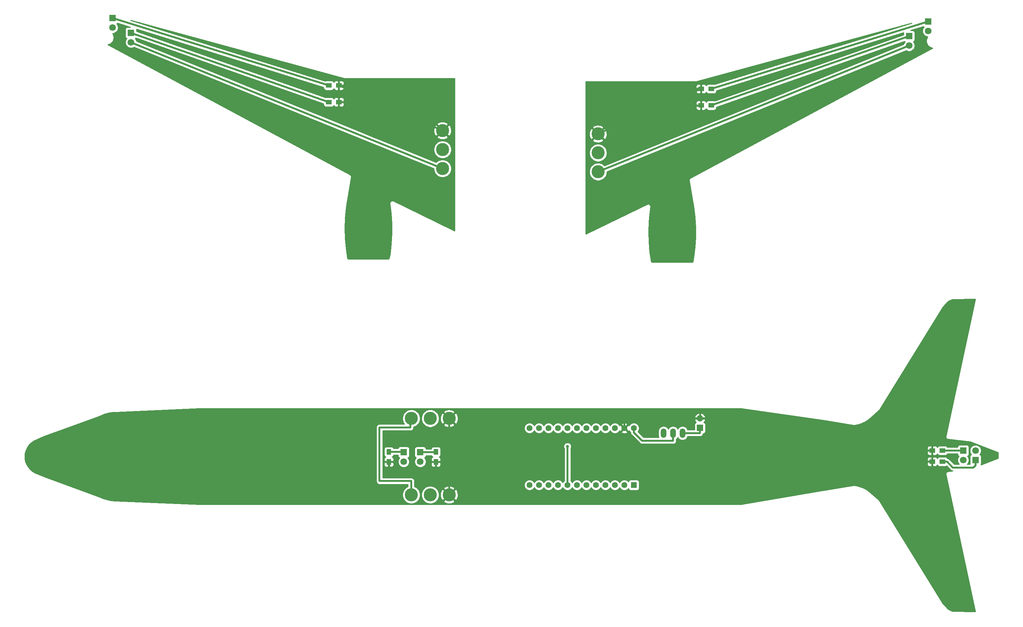
<source format=gbr>
G04 #@! TF.GenerationSoftware,KiCad,Pcbnew,(5.1.0)-1*
G04 #@! TF.CreationDate,2019-05-22T09:29:32+02:00*
G04 #@! TF.ProjectId,A320,41333230-2e6b-4696-9361-645f70636258,1*
G04 #@! TF.SameCoordinates,Original*
G04 #@! TF.FileFunction,Copper,L1,Top*
G04 #@! TF.FilePolarity,Positive*
%FSLAX46Y46*%
G04 Gerber Fmt 4.6, Leading zero omitted, Abs format (unit mm)*
G04 Created by KiCad (PCBNEW (5.1.0)-1) date 2019-05-22 09:29:32*
%MOMM*%
%LPD*%
G04 APERTURE LIST*
%ADD10R,1.800000X1.800000*%
%ADD11C,1.800000*%
%ADD12R,1.500000X1.300000*%
%ADD13C,3.500120*%
%ADD14O,1.524000X2.524000*%
%ADD15O,1.700000X1.700000*%
%ADD16R,1.700000X1.700000*%
%ADD17R,1.300000X1.500000*%
%ADD18R,1.600000X1.600000*%
%ADD19C,1.600000*%
%ADD20C,0.800000*%
%ADD21C,0.500000*%
%ADD22C,0.254000*%
G04 APERTURE END LIST*
D10*
X294894000Y-34163000D03*
D11*
X294894000Y-36703000D03*
D12*
X234108000Y-56642000D03*
X236808000Y-56642000D03*
X236808000Y-52197000D03*
X234108000Y-52197000D03*
D13*
X206502000Y-74422000D03*
X206502000Y-69342000D03*
X206502000Y-64262000D03*
D11*
X289814000Y-40640000D03*
D10*
X289814000Y-38100000D03*
X81407000Y-37211000D03*
D11*
X81407000Y-39751000D03*
X76454000Y-35814000D03*
D10*
X76454000Y-33274000D03*
D12*
X134366000Y-55753000D03*
X137066000Y-55753000D03*
X134366000Y-51308000D03*
X137066000Y-51308000D03*
D13*
X164846000Y-73533000D03*
X164846000Y-68453000D03*
X164846000Y-63373000D03*
D14*
X224028000Y-144399000D03*
X226568000Y-144399000D03*
X229108000Y-144399000D03*
D11*
X304284000Y-151609000D03*
D10*
X304284000Y-149069000D03*
D11*
X307594000Y-149069000D03*
D10*
X307594000Y-151609000D03*
D11*
X154446000Y-152042000D03*
D10*
X154446000Y-149502000D03*
X158891000Y-149502000D03*
D11*
X158891000Y-152042000D03*
D15*
X233807000Y-140462000D03*
D16*
X233807000Y-143002000D03*
D12*
X296004000Y-152019000D03*
X298704000Y-152019000D03*
X296004000Y-149049000D03*
X298704000Y-149049000D03*
D17*
X150495000Y-149399000D03*
X150495000Y-152099000D03*
X163068000Y-152099000D03*
X163068000Y-149399000D03*
D18*
X216090500Y-158305500D03*
D19*
X213550500Y-158305500D03*
X211010500Y-158305500D03*
X208470500Y-158305500D03*
X205930500Y-158305500D03*
X203390500Y-158305500D03*
X200850500Y-158305500D03*
X198310500Y-158305500D03*
X195770500Y-158305500D03*
X193230500Y-158305500D03*
X190690500Y-158305500D03*
X188150500Y-158305500D03*
X188150500Y-143065500D03*
X190690500Y-143065500D03*
X193230500Y-143065500D03*
X195770500Y-143065500D03*
X198310500Y-143065500D03*
X200850500Y-143065500D03*
X203390500Y-143065500D03*
X205930500Y-143065500D03*
X208470500Y-143065500D03*
X211010500Y-143065500D03*
X213550500Y-143065500D03*
X216090500Y-143065500D03*
D13*
X156464000Y-160909000D03*
X161544000Y-160909000D03*
X166624000Y-160909000D03*
X156464000Y-140462000D03*
X161544000Y-140462000D03*
X166624000Y-140462000D03*
D20*
X198310500Y-147955000D03*
D21*
X289814000Y-40640000D02*
X206502000Y-74422000D01*
X236808000Y-56642000D02*
X289814000Y-38100000D01*
X81407000Y-37211000D02*
X134366000Y-55753000D01*
X198310500Y-150298685D02*
X198310500Y-147955000D01*
X198310500Y-150298685D02*
X198310500Y-158305500D01*
X301541500Y-153606500D02*
X299954000Y-152019000D01*
X306996500Y-153606500D02*
X301541500Y-153606500D01*
X307594000Y-153009000D02*
X306996500Y-153606500D01*
X299954000Y-152019000D02*
X298704000Y-152019000D01*
X307594000Y-151609000D02*
X307594000Y-153009000D01*
X294894000Y-34163000D02*
X236808000Y-52197000D01*
X134366000Y-51308000D02*
X76454000Y-33274000D01*
X298704000Y-149049000D02*
X304264000Y-149049000D01*
X304264000Y-149049000D02*
X304284000Y-149069000D01*
X150495000Y-149399000D02*
X154343000Y-149399000D01*
X154343000Y-149399000D02*
X154446000Y-149502000D01*
X150598000Y-149502000D02*
X150495000Y-149399000D01*
X158891000Y-149502000D02*
X162965000Y-149502000D01*
X162965000Y-149502000D02*
X163068000Y-149399000D01*
X236787081Y-140462000D02*
X237998000Y-141672919D01*
X233807000Y-140462000D02*
X236787081Y-140462000D01*
X237998000Y-141672919D02*
X237998000Y-148336000D01*
X237998000Y-148336000D02*
X238711000Y-149049000D01*
X238711000Y-149049000D02*
X296004000Y-149049000D01*
X213614000Y-140398500D02*
X213677500Y-140462000D01*
X213677500Y-140462000D02*
X233807000Y-140462000D01*
X163068000Y-152099000D02*
X163068000Y-154766000D01*
X150495000Y-154686000D02*
X150495000Y-152099000D01*
X163068000Y-154766000D02*
X150495000Y-154686000D01*
X296004000Y-152019000D02*
X296004000Y-149049000D01*
X213550500Y-140462000D02*
X213550500Y-143065500D01*
X186055000Y-140398500D02*
X213614000Y-140398500D01*
X182753000Y-143700500D02*
X186055000Y-140398500D01*
X166624000Y-140462000D02*
X166624000Y-143700500D01*
X166624000Y-143700500D02*
X166624000Y-154559000D01*
X166624000Y-143700500D02*
X182753000Y-143700500D01*
X166624000Y-154559000D02*
X166624000Y-160909000D01*
X163068000Y-154766000D02*
X166417000Y-154766000D01*
X166417000Y-154766000D02*
X166624000Y-154559000D01*
X233807000Y-143002000D02*
X233807000Y-144352000D01*
X233807000Y-144352000D02*
X233760000Y-144399000D01*
X233760000Y-144399000D02*
X230370000Y-144399000D01*
X230370000Y-144399000D02*
X229108000Y-144399000D01*
X81407000Y-39751000D02*
X164846000Y-73533000D01*
X206502000Y-64262000D02*
X234108000Y-52197000D01*
X234108000Y-52197000D02*
X234108000Y-56642000D01*
X164846000Y-63373000D02*
X137066000Y-51308000D01*
X137066000Y-51308000D02*
X137066000Y-55753000D01*
X156464000Y-157226000D02*
X147955000Y-157226000D01*
X156464000Y-160909000D02*
X156464000Y-157226000D01*
X147955000Y-157226000D02*
X147955000Y-142875000D01*
X147955000Y-142875000D02*
X156210000Y-142875000D01*
X156210000Y-142875000D02*
X156210000Y-140716000D01*
X156210000Y-140716000D02*
X156464000Y-140462000D01*
X216090500Y-144196870D02*
X218324630Y-146431000D01*
X216090500Y-143065500D02*
X216090500Y-144196870D01*
X218324630Y-146431000D02*
X226568000Y-146431000D01*
X226568000Y-146431000D02*
X226568000Y-144399000D01*
D22*
G36*
X299642818Y-145240928D02*
G01*
X299629261Y-145303275D01*
X299628661Y-145337007D01*
X299624875Y-145370537D01*
X299627509Y-145401849D01*
X299626950Y-145433263D01*
X299632943Y-145466468D01*
X299635771Y-145500087D01*
X299644461Y-145530279D01*
X299650043Y-145561204D01*
X299662399Y-145592603D01*
X299671731Y-145625023D01*
X299686145Y-145652940D01*
X299697652Y-145682181D01*
X299715896Y-145710564D01*
X299731374Y-145740543D01*
X299750961Y-145765117D01*
X299767949Y-145791546D01*
X299791376Y-145815821D01*
X299812408Y-145842208D01*
X299836410Y-145862486D01*
X299858230Y-145885096D01*
X299885949Y-145904338D01*
X299911719Y-145926110D01*
X299939216Y-145941316D01*
X299965027Y-145959234D01*
X299995961Y-145972696D01*
X300025489Y-145989026D01*
X300055423Y-145998575D01*
X300084235Y-146011114D01*
X300117207Y-146018284D01*
X300149349Y-146028537D01*
X300212732Y-146035694D01*
X306141294Y-146726209D01*
X313638001Y-149546846D01*
X313638000Y-150307581D01*
X313638000Y-150307582D01*
X313638001Y-151132084D01*
X309029298Y-152854587D01*
X309083502Y-152753180D01*
X309119812Y-152633482D01*
X309132072Y-152509000D01*
X309132072Y-150709000D01*
X309119812Y-150584518D01*
X309083502Y-150464820D01*
X309024537Y-150354506D01*
X308945185Y-150257815D01*
X308848494Y-150178463D01*
X308738180Y-150119498D01*
X308719873Y-150113944D01*
X308786312Y-150047505D01*
X308954299Y-149796095D01*
X309070011Y-149516743D01*
X309129000Y-149220184D01*
X309129000Y-148917816D01*
X309070011Y-148621257D01*
X308954299Y-148341905D01*
X308786312Y-148090495D01*
X308572505Y-147876688D01*
X308321095Y-147708701D01*
X308041743Y-147592989D01*
X307745184Y-147534000D01*
X307442816Y-147534000D01*
X307146257Y-147592989D01*
X306866905Y-147708701D01*
X306615495Y-147876688D01*
X306401688Y-148090495D01*
X306233701Y-148341905D01*
X306117989Y-148621257D01*
X306059000Y-148917816D01*
X306059000Y-149220184D01*
X306117989Y-149516743D01*
X306233701Y-149796095D01*
X306401688Y-150047505D01*
X306468127Y-150113944D01*
X306449820Y-150119498D01*
X306339506Y-150178463D01*
X306242815Y-150257815D01*
X306163463Y-150354506D01*
X306104498Y-150464820D01*
X306068188Y-150584518D01*
X306055928Y-150709000D01*
X306055928Y-152509000D01*
X306068188Y-152633482D01*
X306094888Y-152721500D01*
X305342317Y-152721500D01*
X305476312Y-152587505D01*
X305644299Y-152336095D01*
X305760011Y-152056743D01*
X305819000Y-151760184D01*
X305819000Y-151457816D01*
X305760011Y-151161257D01*
X305644299Y-150881905D01*
X305476312Y-150630495D01*
X305409873Y-150564056D01*
X305428180Y-150558502D01*
X305538494Y-150499537D01*
X305635185Y-150420185D01*
X305714537Y-150323494D01*
X305773502Y-150213180D01*
X305809812Y-150093482D01*
X305822072Y-149969000D01*
X305822072Y-148169000D01*
X305809812Y-148044518D01*
X305773502Y-147924820D01*
X305714537Y-147814506D01*
X305635185Y-147717815D01*
X305538494Y-147638463D01*
X305428180Y-147579498D01*
X305308482Y-147543188D01*
X305184000Y-147530928D01*
X303384000Y-147530928D01*
X303259518Y-147543188D01*
X303139820Y-147579498D01*
X303029506Y-147638463D01*
X302932815Y-147717815D01*
X302853463Y-147814506D01*
X302794498Y-147924820D01*
X302758188Y-148044518D01*
X302746420Y-148164000D01*
X300046287Y-148164000D01*
X300043502Y-148154820D01*
X299984537Y-148044506D01*
X299905185Y-147947815D01*
X299808494Y-147868463D01*
X299698180Y-147809498D01*
X299578482Y-147773188D01*
X299454000Y-147760928D01*
X297954000Y-147760928D01*
X297829518Y-147773188D01*
X297709820Y-147809498D01*
X297599506Y-147868463D01*
X297502815Y-147947815D01*
X297423463Y-148044506D01*
X297364498Y-148154820D01*
X297354000Y-148189427D01*
X297343502Y-148154820D01*
X297284537Y-148044506D01*
X297205185Y-147947815D01*
X297108494Y-147868463D01*
X296998180Y-147809498D01*
X296878482Y-147773188D01*
X296754000Y-147760928D01*
X296289750Y-147764000D01*
X296131000Y-147922750D01*
X296131000Y-148922000D01*
X296151000Y-148922000D01*
X296151000Y-149176000D01*
X296131000Y-149176000D01*
X296131000Y-150175250D01*
X296289750Y-150334000D01*
X296754000Y-150337072D01*
X296878482Y-150324812D01*
X296998180Y-150288502D01*
X297108494Y-150229537D01*
X297205185Y-150150185D01*
X297284537Y-150053494D01*
X297343502Y-149943180D01*
X297354000Y-149908573D01*
X297364498Y-149943180D01*
X297423463Y-150053494D01*
X297502815Y-150150185D01*
X297599506Y-150229537D01*
X297709820Y-150288502D01*
X297829518Y-150324812D01*
X297954000Y-150337072D01*
X299454000Y-150337072D01*
X299578482Y-150324812D01*
X299698180Y-150288502D01*
X299808494Y-150229537D01*
X299905185Y-150150185D01*
X299984537Y-150053494D01*
X300043502Y-149943180D01*
X300046287Y-149934000D01*
X302745928Y-149934000D01*
X302745928Y-149969000D01*
X302758188Y-150093482D01*
X302794498Y-150213180D01*
X302853463Y-150323494D01*
X302932815Y-150420185D01*
X303029506Y-150499537D01*
X303139820Y-150558502D01*
X303158127Y-150564056D01*
X303091688Y-150630495D01*
X302923701Y-150881905D01*
X302807989Y-151161257D01*
X302749000Y-151457816D01*
X302749000Y-151760184D01*
X302807989Y-152056743D01*
X302923701Y-152336095D01*
X303091688Y-152587505D01*
X303225683Y-152721500D01*
X301908079Y-152721500D01*
X300610534Y-151423956D01*
X300582817Y-151390183D01*
X300448059Y-151279589D01*
X300294313Y-151197411D01*
X300127490Y-151146805D01*
X300047790Y-151138955D01*
X300043502Y-151124820D01*
X299984537Y-151014506D01*
X299905185Y-150917815D01*
X299808494Y-150838463D01*
X299698180Y-150779498D01*
X299578482Y-150743188D01*
X299454000Y-150730928D01*
X297954000Y-150730928D01*
X297829518Y-150743188D01*
X297709820Y-150779498D01*
X297599506Y-150838463D01*
X297502815Y-150917815D01*
X297423463Y-151014506D01*
X297364498Y-151124820D01*
X297354000Y-151159427D01*
X297343502Y-151124820D01*
X297284537Y-151014506D01*
X297205185Y-150917815D01*
X297108494Y-150838463D01*
X296998180Y-150779498D01*
X296878482Y-150743188D01*
X296754000Y-150730928D01*
X296289750Y-150734000D01*
X296131000Y-150892750D01*
X296131000Y-151892000D01*
X296151000Y-151892000D01*
X296151000Y-152146000D01*
X296131000Y-152146000D01*
X296131000Y-153145250D01*
X296289750Y-153304000D01*
X296754000Y-153307072D01*
X296878482Y-153294812D01*
X296998180Y-153258502D01*
X297108494Y-153199537D01*
X297205185Y-153120185D01*
X297284537Y-153023494D01*
X297343502Y-152913180D01*
X297354000Y-152878573D01*
X297364498Y-152913180D01*
X297423463Y-153023494D01*
X297502815Y-153120185D01*
X297599506Y-153199537D01*
X297709820Y-153258502D01*
X297829518Y-153294812D01*
X297954000Y-153307072D01*
X299454000Y-153307072D01*
X299578482Y-153294812D01*
X299698180Y-153258502D01*
X299808494Y-153199537D01*
X299849393Y-153165972D01*
X300884970Y-154201549D01*
X300912683Y-154235317D01*
X300946451Y-154263030D01*
X300946453Y-154263032D01*
X301014731Y-154319066D01*
X301047441Y-154345911D01*
X301201187Y-154428089D01*
X301368010Y-154478695D01*
X301496936Y-154491393D01*
X300221553Y-154644439D01*
X300159349Y-154651463D01*
X300126110Y-154662066D01*
X300092041Y-154669599D01*
X300064329Y-154681774D01*
X300035489Y-154690974D01*
X300004953Y-154707861D01*
X299973014Y-154721893D01*
X299948208Y-154739241D01*
X299921719Y-154753890D01*
X299895072Y-154776402D01*
X299866475Y-154796402D01*
X299845528Y-154818259D01*
X299822408Y-154837792D01*
X299800660Y-154865077D01*
X299776520Y-154890266D01*
X299760242Y-154915785D01*
X299741374Y-154939457D01*
X299725368Y-154970458D01*
X299706604Y-154999875D01*
X299695617Y-155028082D01*
X299681731Y-155054977D01*
X299672080Y-155088508D01*
X299659417Y-155121017D01*
X299654144Y-155150824D01*
X299645771Y-155179913D01*
X299642847Y-155214675D01*
X299636768Y-155249037D01*
X299637412Y-155279303D01*
X299634875Y-155309463D01*
X299638790Y-155344135D01*
X299639532Y-155379016D01*
X299653055Y-155440179D01*
X307508210Y-192182358D01*
X301417798Y-192052405D01*
X300846893Y-191851062D01*
X300281666Y-191516434D01*
X299958713Y-191245208D01*
X298830698Y-189956513D01*
X281870573Y-162504870D01*
X281837811Y-162451094D01*
X281814354Y-162425587D01*
X281793355Y-162398055D01*
X281746336Y-162356578D01*
X279265631Y-160140662D01*
X279186954Y-160083189D01*
X279183530Y-160081600D01*
X278453898Y-159561202D01*
X278443691Y-159554985D01*
X278434212Y-159547691D01*
X278377705Y-159514307D01*
X277407068Y-159004173D01*
X277393332Y-158998179D01*
X277380250Y-158990845D01*
X277319537Y-158965977D01*
X277319515Y-158965967D01*
X277319507Y-158965965D01*
X276285404Y-158601294D01*
X276270946Y-158597346D01*
X276256943Y-158591977D01*
X276193253Y-158576127D01*
X275161043Y-158373149D01*
X275141705Y-158366547D01*
X275012839Y-158349352D01*
X274915603Y-158355555D01*
X266720439Y-159693924D01*
X266717219Y-159694161D01*
X266688412Y-159699154D01*
X266659629Y-159703855D01*
X266656517Y-159704683D01*
X244761226Y-163500000D01*
X99832666Y-163500000D01*
X77353424Y-162500923D01*
X76147552Y-162425056D01*
X74995556Y-162205302D01*
X73874059Y-161840905D01*
X73122819Y-161505134D01*
X73101150Y-161494780D01*
X58063425Y-156046936D01*
X55664453Y-154992957D01*
X54956438Y-154560527D01*
X54340152Y-154022622D01*
X53823305Y-153388564D01*
X53420682Y-152676494D01*
X53143791Y-151906764D01*
X52998284Y-151088653D01*
X52979278Y-150672890D01*
X53049533Y-149844909D01*
X53255038Y-149053130D01*
X53591015Y-148307291D01*
X54047854Y-147628722D01*
X54612490Y-147036832D01*
X55279153Y-146540819D01*
X55652649Y-146332228D01*
X58063425Y-145273064D01*
X64682819Y-142875000D01*
X147065718Y-142875000D01*
X147070001Y-142918487D01*
X147070000Y-157182523D01*
X147065718Y-157226000D01*
X147082805Y-157399490D01*
X147133411Y-157566313D01*
X147215589Y-157720059D01*
X147326183Y-157854817D01*
X147460941Y-157965411D01*
X147614687Y-158047589D01*
X147781510Y-158098195D01*
X147955000Y-158115282D01*
X147998476Y-158111000D01*
X155579001Y-158111000D01*
X155579001Y-158694009D01*
X155334251Y-158795387D01*
X154943613Y-159056403D01*
X154611403Y-159388613D01*
X154350387Y-159779251D01*
X154170597Y-160213304D01*
X154078940Y-160674092D01*
X154078940Y-161143908D01*
X154170597Y-161604696D01*
X154350387Y-162038749D01*
X154611403Y-162429387D01*
X154943613Y-162761597D01*
X155334251Y-163022613D01*
X155768304Y-163202403D01*
X156229092Y-163294060D01*
X156698908Y-163294060D01*
X157159696Y-163202403D01*
X157593749Y-163022613D01*
X157984387Y-162761597D01*
X158316597Y-162429387D01*
X158577613Y-162038749D01*
X158757403Y-161604696D01*
X158849060Y-161143908D01*
X158849060Y-160674092D01*
X159158940Y-160674092D01*
X159158940Y-161143908D01*
X159250597Y-161604696D01*
X159430387Y-162038749D01*
X159691403Y-162429387D01*
X160023613Y-162761597D01*
X160414251Y-163022613D01*
X160848304Y-163202403D01*
X161309092Y-163294060D01*
X161778908Y-163294060D01*
X162239696Y-163202403D01*
X162673749Y-163022613D01*
X163064387Y-162761597D01*
X163247333Y-162578651D01*
X165133954Y-162578651D01*
X165320039Y-162919815D01*
X165737384Y-163135568D01*
X166188802Y-163265755D01*
X166656944Y-163305374D01*
X167123821Y-163252901D01*
X167571489Y-163110354D01*
X167927961Y-162919815D01*
X168114046Y-162578651D01*
X166624000Y-161088605D01*
X165133954Y-162578651D01*
X163247333Y-162578651D01*
X163396597Y-162429387D01*
X163657613Y-162038749D01*
X163837403Y-161604696D01*
X163929060Y-161143908D01*
X163929060Y-160941944D01*
X164227626Y-160941944D01*
X164280099Y-161408821D01*
X164422646Y-161856489D01*
X164613185Y-162212961D01*
X164954349Y-162399046D01*
X166444395Y-160909000D01*
X166803605Y-160909000D01*
X168293651Y-162399046D01*
X168634815Y-162212961D01*
X168850568Y-161795616D01*
X168980755Y-161344198D01*
X169020374Y-160876056D01*
X168967901Y-160409179D01*
X168825354Y-159961511D01*
X168634815Y-159605039D01*
X168293651Y-159418954D01*
X166803605Y-160909000D01*
X166444395Y-160909000D01*
X164954349Y-159418954D01*
X164613185Y-159605039D01*
X164397432Y-160022384D01*
X164267245Y-160473802D01*
X164227626Y-160941944D01*
X163929060Y-160941944D01*
X163929060Y-160674092D01*
X163837403Y-160213304D01*
X163657613Y-159779251D01*
X163396597Y-159388613D01*
X163247333Y-159239349D01*
X165133954Y-159239349D01*
X166624000Y-160729395D01*
X168114046Y-159239349D01*
X167927961Y-158898185D01*
X167510616Y-158682432D01*
X167059198Y-158552245D01*
X166591056Y-158512626D01*
X166124179Y-158565099D01*
X165676511Y-158707646D01*
X165320039Y-158898185D01*
X165133954Y-159239349D01*
X163247333Y-159239349D01*
X163064387Y-159056403D01*
X162673749Y-158795387D01*
X162239696Y-158615597D01*
X161778908Y-158523940D01*
X161309092Y-158523940D01*
X160848304Y-158615597D01*
X160414251Y-158795387D01*
X160023613Y-159056403D01*
X159691403Y-159388613D01*
X159430387Y-159779251D01*
X159250597Y-160213304D01*
X159158940Y-160674092D01*
X158849060Y-160674092D01*
X158757403Y-160213304D01*
X158577613Y-159779251D01*
X158316597Y-159388613D01*
X157984387Y-159056403D01*
X157593749Y-158795387D01*
X157349000Y-158694009D01*
X157349000Y-158164165D01*
X186715500Y-158164165D01*
X186715500Y-158446835D01*
X186770647Y-158724074D01*
X186878820Y-158985227D01*
X187035863Y-159220259D01*
X187235741Y-159420137D01*
X187470773Y-159577180D01*
X187731926Y-159685353D01*
X188009165Y-159740500D01*
X188291835Y-159740500D01*
X188569074Y-159685353D01*
X188830227Y-159577180D01*
X189065259Y-159420137D01*
X189265137Y-159220259D01*
X189420500Y-158987741D01*
X189575863Y-159220259D01*
X189775741Y-159420137D01*
X190010773Y-159577180D01*
X190271926Y-159685353D01*
X190549165Y-159740500D01*
X190831835Y-159740500D01*
X191109074Y-159685353D01*
X191370227Y-159577180D01*
X191605259Y-159420137D01*
X191805137Y-159220259D01*
X191960500Y-158987741D01*
X192115863Y-159220259D01*
X192315741Y-159420137D01*
X192550773Y-159577180D01*
X192811926Y-159685353D01*
X193089165Y-159740500D01*
X193371835Y-159740500D01*
X193649074Y-159685353D01*
X193910227Y-159577180D01*
X194145259Y-159420137D01*
X194345137Y-159220259D01*
X194500500Y-158987741D01*
X194655863Y-159220259D01*
X194855741Y-159420137D01*
X195090773Y-159577180D01*
X195351926Y-159685353D01*
X195629165Y-159740500D01*
X195911835Y-159740500D01*
X196189074Y-159685353D01*
X196450227Y-159577180D01*
X196685259Y-159420137D01*
X196885137Y-159220259D01*
X197040500Y-158987741D01*
X197195863Y-159220259D01*
X197395741Y-159420137D01*
X197630773Y-159577180D01*
X197891926Y-159685353D01*
X198169165Y-159740500D01*
X198451835Y-159740500D01*
X198729074Y-159685353D01*
X198990227Y-159577180D01*
X199225259Y-159420137D01*
X199425137Y-159220259D01*
X199580500Y-158987741D01*
X199735863Y-159220259D01*
X199935741Y-159420137D01*
X200170773Y-159577180D01*
X200431926Y-159685353D01*
X200709165Y-159740500D01*
X200991835Y-159740500D01*
X201269074Y-159685353D01*
X201530227Y-159577180D01*
X201765259Y-159420137D01*
X201965137Y-159220259D01*
X202120500Y-158987741D01*
X202275863Y-159220259D01*
X202475741Y-159420137D01*
X202710773Y-159577180D01*
X202971926Y-159685353D01*
X203249165Y-159740500D01*
X203531835Y-159740500D01*
X203809074Y-159685353D01*
X204070227Y-159577180D01*
X204305259Y-159420137D01*
X204505137Y-159220259D01*
X204660500Y-158987741D01*
X204815863Y-159220259D01*
X205015741Y-159420137D01*
X205250773Y-159577180D01*
X205511926Y-159685353D01*
X205789165Y-159740500D01*
X206071835Y-159740500D01*
X206349074Y-159685353D01*
X206610227Y-159577180D01*
X206845259Y-159420137D01*
X207045137Y-159220259D01*
X207200500Y-158987741D01*
X207355863Y-159220259D01*
X207555741Y-159420137D01*
X207790773Y-159577180D01*
X208051926Y-159685353D01*
X208329165Y-159740500D01*
X208611835Y-159740500D01*
X208889074Y-159685353D01*
X209150227Y-159577180D01*
X209385259Y-159420137D01*
X209585137Y-159220259D01*
X209740500Y-158987741D01*
X209895863Y-159220259D01*
X210095741Y-159420137D01*
X210330773Y-159577180D01*
X210591926Y-159685353D01*
X210869165Y-159740500D01*
X211151835Y-159740500D01*
X211429074Y-159685353D01*
X211690227Y-159577180D01*
X211925259Y-159420137D01*
X212125137Y-159220259D01*
X212280500Y-158987741D01*
X212435863Y-159220259D01*
X212635741Y-159420137D01*
X212870773Y-159577180D01*
X213131926Y-159685353D01*
X213409165Y-159740500D01*
X213691835Y-159740500D01*
X213969074Y-159685353D01*
X214230227Y-159577180D01*
X214465259Y-159420137D01*
X214663857Y-159221539D01*
X214664688Y-159229982D01*
X214700998Y-159349680D01*
X214759963Y-159459994D01*
X214839315Y-159556685D01*
X214936006Y-159636037D01*
X215046320Y-159695002D01*
X215166018Y-159731312D01*
X215290500Y-159743572D01*
X216890500Y-159743572D01*
X217014982Y-159731312D01*
X217134680Y-159695002D01*
X217244994Y-159636037D01*
X217341685Y-159556685D01*
X217421037Y-159459994D01*
X217480002Y-159349680D01*
X217516312Y-159229982D01*
X217528572Y-159105500D01*
X217528572Y-157505500D01*
X217516312Y-157381018D01*
X217480002Y-157261320D01*
X217421037Y-157151006D01*
X217341685Y-157054315D01*
X217244994Y-156974963D01*
X217134680Y-156915998D01*
X217014982Y-156879688D01*
X216890500Y-156867428D01*
X215290500Y-156867428D01*
X215166018Y-156879688D01*
X215046320Y-156915998D01*
X214936006Y-156974963D01*
X214839315Y-157054315D01*
X214759963Y-157151006D01*
X214700998Y-157261320D01*
X214664688Y-157381018D01*
X214663857Y-157389461D01*
X214465259Y-157190863D01*
X214230227Y-157033820D01*
X213969074Y-156925647D01*
X213691835Y-156870500D01*
X213409165Y-156870500D01*
X213131926Y-156925647D01*
X212870773Y-157033820D01*
X212635741Y-157190863D01*
X212435863Y-157390741D01*
X212280500Y-157623259D01*
X212125137Y-157390741D01*
X211925259Y-157190863D01*
X211690227Y-157033820D01*
X211429074Y-156925647D01*
X211151835Y-156870500D01*
X210869165Y-156870500D01*
X210591926Y-156925647D01*
X210330773Y-157033820D01*
X210095741Y-157190863D01*
X209895863Y-157390741D01*
X209740500Y-157623259D01*
X209585137Y-157390741D01*
X209385259Y-157190863D01*
X209150227Y-157033820D01*
X208889074Y-156925647D01*
X208611835Y-156870500D01*
X208329165Y-156870500D01*
X208051926Y-156925647D01*
X207790773Y-157033820D01*
X207555741Y-157190863D01*
X207355863Y-157390741D01*
X207200500Y-157623259D01*
X207045137Y-157390741D01*
X206845259Y-157190863D01*
X206610227Y-157033820D01*
X206349074Y-156925647D01*
X206071835Y-156870500D01*
X205789165Y-156870500D01*
X205511926Y-156925647D01*
X205250773Y-157033820D01*
X205015741Y-157190863D01*
X204815863Y-157390741D01*
X204660500Y-157623259D01*
X204505137Y-157390741D01*
X204305259Y-157190863D01*
X204070227Y-157033820D01*
X203809074Y-156925647D01*
X203531835Y-156870500D01*
X203249165Y-156870500D01*
X202971926Y-156925647D01*
X202710773Y-157033820D01*
X202475741Y-157190863D01*
X202275863Y-157390741D01*
X202120500Y-157623259D01*
X201965137Y-157390741D01*
X201765259Y-157190863D01*
X201530227Y-157033820D01*
X201269074Y-156925647D01*
X200991835Y-156870500D01*
X200709165Y-156870500D01*
X200431926Y-156925647D01*
X200170773Y-157033820D01*
X199935741Y-157190863D01*
X199735863Y-157390741D01*
X199580500Y-157623259D01*
X199425137Y-157390741D01*
X199225259Y-157190863D01*
X199195500Y-157170979D01*
X199195500Y-152669000D01*
X294615928Y-152669000D01*
X294628188Y-152793482D01*
X294664498Y-152913180D01*
X294723463Y-153023494D01*
X294802815Y-153120185D01*
X294899506Y-153199537D01*
X295009820Y-153258502D01*
X295129518Y-153294812D01*
X295254000Y-153307072D01*
X295718250Y-153304000D01*
X295877000Y-153145250D01*
X295877000Y-152146000D01*
X294777750Y-152146000D01*
X294619000Y-152304750D01*
X294615928Y-152669000D01*
X199195500Y-152669000D01*
X199195500Y-151369000D01*
X294615928Y-151369000D01*
X294619000Y-151733250D01*
X294777750Y-151892000D01*
X295877000Y-151892000D01*
X295877000Y-150892750D01*
X295718250Y-150734000D01*
X295254000Y-150730928D01*
X295129518Y-150743188D01*
X295009820Y-150779498D01*
X294899506Y-150838463D01*
X294802815Y-150917815D01*
X294723463Y-151014506D01*
X294664498Y-151124820D01*
X294628188Y-151244518D01*
X294615928Y-151369000D01*
X199195500Y-151369000D01*
X199195500Y-149699000D01*
X294615928Y-149699000D01*
X294628188Y-149823482D01*
X294664498Y-149943180D01*
X294723463Y-150053494D01*
X294802815Y-150150185D01*
X294899506Y-150229537D01*
X295009820Y-150288502D01*
X295129518Y-150324812D01*
X295254000Y-150337072D01*
X295718250Y-150334000D01*
X295877000Y-150175250D01*
X295877000Y-149176000D01*
X294777750Y-149176000D01*
X294619000Y-149334750D01*
X294615928Y-149699000D01*
X199195500Y-149699000D01*
X199195500Y-148493454D01*
X199227705Y-148445256D01*
X199246865Y-148399000D01*
X294615928Y-148399000D01*
X294619000Y-148763250D01*
X294777750Y-148922000D01*
X295877000Y-148922000D01*
X295877000Y-147922750D01*
X295718250Y-147764000D01*
X295254000Y-147760928D01*
X295129518Y-147773188D01*
X295009820Y-147809498D01*
X294899506Y-147868463D01*
X294802815Y-147947815D01*
X294723463Y-148044506D01*
X294664498Y-148154820D01*
X294628188Y-148274518D01*
X294615928Y-148399000D01*
X199246865Y-148399000D01*
X199305726Y-148256898D01*
X199345500Y-148056939D01*
X199345500Y-147853061D01*
X199305726Y-147653102D01*
X199227705Y-147464744D01*
X199114437Y-147295226D01*
X198970274Y-147151063D01*
X198800756Y-147037795D01*
X198612398Y-146959774D01*
X198412439Y-146920000D01*
X198208561Y-146920000D01*
X198008602Y-146959774D01*
X197820244Y-147037795D01*
X197650726Y-147151063D01*
X197506563Y-147295226D01*
X197393295Y-147464744D01*
X197315274Y-147653102D01*
X197275500Y-147853061D01*
X197275500Y-148056939D01*
X197315274Y-148256898D01*
X197393295Y-148445256D01*
X197425501Y-148493455D01*
X197425500Y-150255208D01*
X197425500Y-150255209D01*
X197425501Y-157170978D01*
X197395741Y-157190863D01*
X197195863Y-157390741D01*
X197040500Y-157623259D01*
X196885137Y-157390741D01*
X196685259Y-157190863D01*
X196450227Y-157033820D01*
X196189074Y-156925647D01*
X195911835Y-156870500D01*
X195629165Y-156870500D01*
X195351926Y-156925647D01*
X195090773Y-157033820D01*
X194855741Y-157190863D01*
X194655863Y-157390741D01*
X194500500Y-157623259D01*
X194345137Y-157390741D01*
X194145259Y-157190863D01*
X193910227Y-157033820D01*
X193649074Y-156925647D01*
X193371835Y-156870500D01*
X193089165Y-156870500D01*
X192811926Y-156925647D01*
X192550773Y-157033820D01*
X192315741Y-157190863D01*
X192115863Y-157390741D01*
X191960500Y-157623259D01*
X191805137Y-157390741D01*
X191605259Y-157190863D01*
X191370227Y-157033820D01*
X191109074Y-156925647D01*
X190831835Y-156870500D01*
X190549165Y-156870500D01*
X190271926Y-156925647D01*
X190010773Y-157033820D01*
X189775741Y-157190863D01*
X189575863Y-157390741D01*
X189420500Y-157623259D01*
X189265137Y-157390741D01*
X189065259Y-157190863D01*
X188830227Y-157033820D01*
X188569074Y-156925647D01*
X188291835Y-156870500D01*
X188009165Y-156870500D01*
X187731926Y-156925647D01*
X187470773Y-157033820D01*
X187235741Y-157190863D01*
X187035863Y-157390741D01*
X186878820Y-157625773D01*
X186770647Y-157886926D01*
X186715500Y-158164165D01*
X157349000Y-158164165D01*
X157349000Y-157269476D01*
X157353282Y-157226000D01*
X157336195Y-157052510D01*
X157285589Y-156885687D01*
X157203411Y-156731941D01*
X157092817Y-156597183D01*
X156958059Y-156486589D01*
X156804313Y-156404411D01*
X156637490Y-156353805D01*
X156507477Y-156341000D01*
X156464000Y-156336718D01*
X156420524Y-156341000D01*
X148840000Y-156341000D01*
X148840000Y-152849000D01*
X149206928Y-152849000D01*
X149219188Y-152973482D01*
X149255498Y-153093180D01*
X149314463Y-153203494D01*
X149393815Y-153300185D01*
X149490506Y-153379537D01*
X149600820Y-153438502D01*
X149720518Y-153474812D01*
X149845000Y-153487072D01*
X150209250Y-153484000D01*
X150368000Y-153325250D01*
X150368000Y-152226000D01*
X150622000Y-152226000D01*
X150622000Y-153325250D01*
X150780750Y-153484000D01*
X151145000Y-153487072D01*
X151269482Y-153474812D01*
X151389180Y-153438502D01*
X151499494Y-153379537D01*
X151596185Y-153300185D01*
X151675537Y-153203494D01*
X151734502Y-153093180D01*
X151770812Y-152973482D01*
X151783072Y-152849000D01*
X151780000Y-152384750D01*
X151621250Y-152226000D01*
X150622000Y-152226000D01*
X150368000Y-152226000D01*
X149368750Y-152226000D01*
X149210000Y-152384750D01*
X149206928Y-152849000D01*
X148840000Y-152849000D01*
X148840000Y-148649000D01*
X149206928Y-148649000D01*
X149206928Y-150149000D01*
X149219188Y-150273482D01*
X149255498Y-150393180D01*
X149314463Y-150503494D01*
X149393815Y-150600185D01*
X149490506Y-150679537D01*
X149600820Y-150738502D01*
X149635427Y-150749000D01*
X149600820Y-150759498D01*
X149490506Y-150818463D01*
X149393815Y-150897815D01*
X149314463Y-150994506D01*
X149255498Y-151104820D01*
X149219188Y-151224518D01*
X149206928Y-151349000D01*
X149210000Y-151813250D01*
X149368750Y-151972000D01*
X150368000Y-151972000D01*
X150368000Y-151952000D01*
X150622000Y-151952000D01*
X150622000Y-151972000D01*
X151621250Y-151972000D01*
X151780000Y-151813250D01*
X151783072Y-151349000D01*
X151770812Y-151224518D01*
X151734502Y-151104820D01*
X151675537Y-150994506D01*
X151596185Y-150897815D01*
X151499494Y-150818463D01*
X151389180Y-150759498D01*
X151354573Y-150749000D01*
X151389180Y-150738502D01*
X151499494Y-150679537D01*
X151596185Y-150600185D01*
X151675537Y-150503494D01*
X151734502Y-150393180D01*
X151767621Y-150284000D01*
X152907928Y-150284000D01*
X152907928Y-150402000D01*
X152920188Y-150526482D01*
X152956498Y-150646180D01*
X153015463Y-150756494D01*
X153094815Y-150853185D01*
X153191506Y-150932537D01*
X153301820Y-150991502D01*
X153320127Y-150997056D01*
X153253688Y-151063495D01*
X153085701Y-151314905D01*
X152969989Y-151594257D01*
X152911000Y-151890816D01*
X152911000Y-152193184D01*
X152969989Y-152489743D01*
X153085701Y-152769095D01*
X153253688Y-153020505D01*
X153467495Y-153234312D01*
X153718905Y-153402299D01*
X153998257Y-153518011D01*
X154294816Y-153577000D01*
X154597184Y-153577000D01*
X154893743Y-153518011D01*
X155173095Y-153402299D01*
X155424505Y-153234312D01*
X155638312Y-153020505D01*
X155806299Y-152769095D01*
X155922011Y-152489743D01*
X155981000Y-152193184D01*
X155981000Y-151890816D01*
X155922011Y-151594257D01*
X155806299Y-151314905D01*
X155638312Y-151063495D01*
X155571873Y-150997056D01*
X155590180Y-150991502D01*
X155700494Y-150932537D01*
X155797185Y-150853185D01*
X155876537Y-150756494D01*
X155935502Y-150646180D01*
X155971812Y-150526482D01*
X155984072Y-150402000D01*
X155984072Y-148602000D01*
X157352928Y-148602000D01*
X157352928Y-150402000D01*
X157365188Y-150526482D01*
X157401498Y-150646180D01*
X157460463Y-150756494D01*
X157539815Y-150853185D01*
X157636506Y-150932537D01*
X157746820Y-150991502D01*
X157765127Y-150997056D01*
X157698688Y-151063495D01*
X157530701Y-151314905D01*
X157414989Y-151594257D01*
X157356000Y-151890816D01*
X157356000Y-152193184D01*
X157414989Y-152489743D01*
X157530701Y-152769095D01*
X157698688Y-153020505D01*
X157912495Y-153234312D01*
X158163905Y-153402299D01*
X158443257Y-153518011D01*
X158739816Y-153577000D01*
X159042184Y-153577000D01*
X159338743Y-153518011D01*
X159618095Y-153402299D01*
X159869505Y-153234312D01*
X160083312Y-153020505D01*
X160197908Y-152849000D01*
X161779928Y-152849000D01*
X161792188Y-152973482D01*
X161828498Y-153093180D01*
X161887463Y-153203494D01*
X161966815Y-153300185D01*
X162063506Y-153379537D01*
X162173820Y-153438502D01*
X162293518Y-153474812D01*
X162418000Y-153487072D01*
X162782250Y-153484000D01*
X162941000Y-153325250D01*
X162941000Y-152226000D01*
X163195000Y-152226000D01*
X163195000Y-153325250D01*
X163353750Y-153484000D01*
X163718000Y-153487072D01*
X163842482Y-153474812D01*
X163962180Y-153438502D01*
X164072494Y-153379537D01*
X164169185Y-153300185D01*
X164248537Y-153203494D01*
X164307502Y-153093180D01*
X164343812Y-152973482D01*
X164356072Y-152849000D01*
X164353000Y-152384750D01*
X164194250Y-152226000D01*
X163195000Y-152226000D01*
X162941000Y-152226000D01*
X161941750Y-152226000D01*
X161783000Y-152384750D01*
X161779928Y-152849000D01*
X160197908Y-152849000D01*
X160251299Y-152769095D01*
X160367011Y-152489743D01*
X160426000Y-152193184D01*
X160426000Y-151890816D01*
X160367011Y-151594257D01*
X160251299Y-151314905D01*
X160083312Y-151063495D01*
X160016873Y-150997056D01*
X160035180Y-150991502D01*
X160145494Y-150932537D01*
X160242185Y-150853185D01*
X160321537Y-150756494D01*
X160380502Y-150646180D01*
X160416812Y-150526482D01*
X160429072Y-150402000D01*
X160429072Y-150387000D01*
X161826623Y-150387000D01*
X161828498Y-150393180D01*
X161887463Y-150503494D01*
X161966815Y-150600185D01*
X162063506Y-150679537D01*
X162173820Y-150738502D01*
X162208427Y-150749000D01*
X162173820Y-150759498D01*
X162063506Y-150818463D01*
X161966815Y-150897815D01*
X161887463Y-150994506D01*
X161828498Y-151104820D01*
X161792188Y-151224518D01*
X161779928Y-151349000D01*
X161783000Y-151813250D01*
X161941750Y-151972000D01*
X162941000Y-151972000D01*
X162941000Y-151952000D01*
X163195000Y-151952000D01*
X163195000Y-151972000D01*
X164194250Y-151972000D01*
X164353000Y-151813250D01*
X164356072Y-151349000D01*
X164343812Y-151224518D01*
X164307502Y-151104820D01*
X164248537Y-150994506D01*
X164169185Y-150897815D01*
X164072494Y-150818463D01*
X163962180Y-150759498D01*
X163927573Y-150749000D01*
X163962180Y-150738502D01*
X164072494Y-150679537D01*
X164169185Y-150600185D01*
X164248537Y-150503494D01*
X164307502Y-150393180D01*
X164343812Y-150273482D01*
X164356072Y-150149000D01*
X164356072Y-148649000D01*
X164343812Y-148524518D01*
X164307502Y-148404820D01*
X164248537Y-148294506D01*
X164169185Y-148197815D01*
X164072494Y-148118463D01*
X163962180Y-148059498D01*
X163842482Y-148023188D01*
X163718000Y-148010928D01*
X162418000Y-148010928D01*
X162293518Y-148023188D01*
X162173820Y-148059498D01*
X162063506Y-148118463D01*
X161966815Y-148197815D01*
X161887463Y-148294506D01*
X161828498Y-148404820D01*
X161792188Y-148524518D01*
X161783080Y-148617000D01*
X160429072Y-148617000D01*
X160429072Y-148602000D01*
X160416812Y-148477518D01*
X160380502Y-148357820D01*
X160321537Y-148247506D01*
X160242185Y-148150815D01*
X160145494Y-148071463D01*
X160035180Y-148012498D01*
X159915482Y-147976188D01*
X159791000Y-147963928D01*
X157991000Y-147963928D01*
X157866518Y-147976188D01*
X157746820Y-148012498D01*
X157636506Y-148071463D01*
X157539815Y-148150815D01*
X157460463Y-148247506D01*
X157401498Y-148357820D01*
X157365188Y-148477518D01*
X157352928Y-148602000D01*
X155984072Y-148602000D01*
X155971812Y-148477518D01*
X155935502Y-148357820D01*
X155876537Y-148247506D01*
X155797185Y-148150815D01*
X155700494Y-148071463D01*
X155590180Y-148012498D01*
X155470482Y-147976188D01*
X155346000Y-147963928D01*
X153546000Y-147963928D01*
X153421518Y-147976188D01*
X153301820Y-148012498D01*
X153191506Y-148071463D01*
X153094815Y-148150815D01*
X153015463Y-148247506D01*
X152956498Y-148357820D01*
X152920188Y-148477518D01*
X152916595Y-148514000D01*
X151767621Y-148514000D01*
X151734502Y-148404820D01*
X151675537Y-148294506D01*
X151596185Y-148197815D01*
X151499494Y-148118463D01*
X151389180Y-148059498D01*
X151269482Y-148023188D01*
X151145000Y-148010928D01*
X149845000Y-148010928D01*
X149720518Y-148023188D01*
X149600820Y-148059498D01*
X149490506Y-148118463D01*
X149393815Y-148197815D01*
X149314463Y-148294506D01*
X149255498Y-148404820D01*
X149219188Y-148524518D01*
X149206928Y-148649000D01*
X148840000Y-148649000D01*
X148840000Y-143760000D01*
X156166523Y-143760000D01*
X156210000Y-143764282D01*
X156253476Y-143760000D01*
X156253477Y-143760000D01*
X156383490Y-143747195D01*
X156550313Y-143696589D01*
X156704059Y-143614411D01*
X156838817Y-143503817D01*
X156949411Y-143369059D01*
X157031589Y-143215313D01*
X157082195Y-143048490D01*
X157094439Y-142924165D01*
X186715500Y-142924165D01*
X186715500Y-143206835D01*
X186770647Y-143484074D01*
X186878820Y-143745227D01*
X187035863Y-143980259D01*
X187235741Y-144180137D01*
X187470773Y-144337180D01*
X187731926Y-144445353D01*
X188009165Y-144500500D01*
X188291835Y-144500500D01*
X188569074Y-144445353D01*
X188830227Y-144337180D01*
X189065259Y-144180137D01*
X189265137Y-143980259D01*
X189420500Y-143747741D01*
X189575863Y-143980259D01*
X189775741Y-144180137D01*
X190010773Y-144337180D01*
X190271926Y-144445353D01*
X190549165Y-144500500D01*
X190831835Y-144500500D01*
X191109074Y-144445353D01*
X191370227Y-144337180D01*
X191605259Y-144180137D01*
X191805137Y-143980259D01*
X191960500Y-143747741D01*
X192115863Y-143980259D01*
X192315741Y-144180137D01*
X192550773Y-144337180D01*
X192811926Y-144445353D01*
X193089165Y-144500500D01*
X193371835Y-144500500D01*
X193649074Y-144445353D01*
X193910227Y-144337180D01*
X194145259Y-144180137D01*
X194345137Y-143980259D01*
X194500500Y-143747741D01*
X194655863Y-143980259D01*
X194855741Y-144180137D01*
X195090773Y-144337180D01*
X195351926Y-144445353D01*
X195629165Y-144500500D01*
X195911835Y-144500500D01*
X196189074Y-144445353D01*
X196450227Y-144337180D01*
X196685259Y-144180137D01*
X196885137Y-143980259D01*
X197040500Y-143747741D01*
X197195863Y-143980259D01*
X197395741Y-144180137D01*
X197630773Y-144337180D01*
X197891926Y-144445353D01*
X198169165Y-144500500D01*
X198451835Y-144500500D01*
X198729074Y-144445353D01*
X198990227Y-144337180D01*
X199225259Y-144180137D01*
X199425137Y-143980259D01*
X199580500Y-143747741D01*
X199735863Y-143980259D01*
X199935741Y-144180137D01*
X200170773Y-144337180D01*
X200431926Y-144445353D01*
X200709165Y-144500500D01*
X200991835Y-144500500D01*
X201269074Y-144445353D01*
X201530227Y-144337180D01*
X201765259Y-144180137D01*
X201965137Y-143980259D01*
X202120500Y-143747741D01*
X202275863Y-143980259D01*
X202475741Y-144180137D01*
X202710773Y-144337180D01*
X202971926Y-144445353D01*
X203249165Y-144500500D01*
X203531835Y-144500500D01*
X203809074Y-144445353D01*
X204070227Y-144337180D01*
X204305259Y-144180137D01*
X204505137Y-143980259D01*
X204660500Y-143747741D01*
X204815863Y-143980259D01*
X205015741Y-144180137D01*
X205250773Y-144337180D01*
X205511926Y-144445353D01*
X205789165Y-144500500D01*
X206071835Y-144500500D01*
X206349074Y-144445353D01*
X206610227Y-144337180D01*
X206845259Y-144180137D01*
X207045137Y-143980259D01*
X207200500Y-143747741D01*
X207355863Y-143980259D01*
X207555741Y-144180137D01*
X207790773Y-144337180D01*
X208051926Y-144445353D01*
X208329165Y-144500500D01*
X208611835Y-144500500D01*
X208889074Y-144445353D01*
X209150227Y-144337180D01*
X209385259Y-144180137D01*
X209585137Y-143980259D01*
X209740500Y-143747741D01*
X209895863Y-143980259D01*
X210095741Y-144180137D01*
X210330773Y-144337180D01*
X210591926Y-144445353D01*
X210869165Y-144500500D01*
X211151835Y-144500500D01*
X211429074Y-144445353D01*
X211690227Y-144337180D01*
X211925259Y-144180137D01*
X212047194Y-144058202D01*
X212737403Y-144058202D01*
X212808986Y-144302171D01*
X213064496Y-144423071D01*
X213338684Y-144491800D01*
X213621012Y-144505717D01*
X213900630Y-144464287D01*
X214166792Y-144369103D01*
X214292014Y-144302171D01*
X214363597Y-144058202D01*
X213550500Y-143245105D01*
X212737403Y-144058202D01*
X212047194Y-144058202D01*
X212125137Y-143980259D01*
X212281415Y-143746372D01*
X212313829Y-143807014D01*
X212557798Y-143878597D01*
X213370895Y-143065500D01*
X213730105Y-143065500D01*
X214543202Y-143878597D01*
X214787171Y-143807014D01*
X214817694Y-143742508D01*
X214818820Y-143745227D01*
X214975863Y-143980259D01*
X215175741Y-144180137D01*
X215201250Y-144197181D01*
X215218305Y-144370360D01*
X215268912Y-144537183D01*
X215351090Y-144690929D01*
X215433968Y-144791916D01*
X215433971Y-144791919D01*
X215461684Y-144825687D01*
X215495451Y-144853399D01*
X217668100Y-147026049D01*
X217695813Y-147059817D01*
X217729581Y-147087530D01*
X217729583Y-147087532D01*
X217750850Y-147104985D01*
X217830571Y-147170411D01*
X217984317Y-147252589D01*
X218100533Y-147287843D01*
X218151139Y-147303195D01*
X218165936Y-147304652D01*
X218281153Y-147316000D01*
X218281161Y-147316000D01*
X218324630Y-147320281D01*
X218368099Y-147316000D01*
X226524523Y-147316000D01*
X226568000Y-147320282D01*
X226611476Y-147316000D01*
X226611477Y-147316000D01*
X226741490Y-147303195D01*
X226908313Y-147252589D01*
X227062059Y-147170411D01*
X227196817Y-147059817D01*
X227307411Y-146925059D01*
X227389589Y-146771313D01*
X227440195Y-146604490D01*
X227442103Y-146585122D01*
X227453000Y-146474477D01*
X227453000Y-146474476D01*
X227457282Y-146431000D01*
X227453000Y-146387523D01*
X227453000Y-145979918D01*
X227560607Y-145891608D01*
X227735183Y-145678887D01*
X227838000Y-145486529D01*
X227940817Y-145678886D01*
X228115392Y-145891607D01*
X228328113Y-146066183D01*
X228570805Y-146195904D01*
X228834140Y-146275786D01*
X229108000Y-146302759D01*
X229381859Y-146275786D01*
X229645194Y-146195904D01*
X229887886Y-146066183D01*
X230100607Y-145891608D01*
X230275183Y-145678887D01*
X230404904Y-145436195D01*
X230451072Y-145284000D01*
X233716531Y-145284000D01*
X233760000Y-145288281D01*
X233803469Y-145284000D01*
X233803477Y-145284000D01*
X233933490Y-145271195D01*
X234100313Y-145220589D01*
X234254059Y-145138411D01*
X234388817Y-145027817D01*
X234410003Y-145002003D01*
X234435817Y-144980817D01*
X234546411Y-144846059D01*
X234628589Y-144692313D01*
X234679195Y-144525490D01*
X234682935Y-144487518D01*
X234781482Y-144477812D01*
X234901180Y-144441502D01*
X235011494Y-144382537D01*
X235108185Y-144303185D01*
X235187537Y-144206494D01*
X235246502Y-144096180D01*
X235282812Y-143976482D01*
X235295072Y-143852000D01*
X235295072Y-142152000D01*
X235282812Y-142027518D01*
X235246502Y-141907820D01*
X235187537Y-141797506D01*
X235108185Y-141700815D01*
X235011494Y-141621463D01*
X234901180Y-141562498D01*
X234820534Y-141538034D01*
X234904588Y-141462269D01*
X235078641Y-141228920D01*
X235203825Y-140966099D01*
X235248476Y-140818890D01*
X235127155Y-140589000D01*
X233934000Y-140589000D01*
X233934000Y-140609000D01*
X233680000Y-140609000D01*
X233680000Y-140589000D01*
X232486845Y-140589000D01*
X232365524Y-140818890D01*
X232410175Y-140966099D01*
X232535359Y-141228920D01*
X232709412Y-141462269D01*
X232793466Y-141538034D01*
X232712820Y-141562498D01*
X232602506Y-141621463D01*
X232505815Y-141700815D01*
X232426463Y-141797506D01*
X232367498Y-141907820D01*
X232331188Y-142027518D01*
X232318928Y-142152000D01*
X232318928Y-143514000D01*
X230451072Y-143514000D01*
X230404904Y-143361805D01*
X230275183Y-143119113D01*
X230100608Y-142906392D01*
X229887887Y-142731817D01*
X229645195Y-142602096D01*
X229381860Y-142522214D01*
X229108000Y-142495241D01*
X228834141Y-142522214D01*
X228570806Y-142602096D01*
X228328114Y-142731817D01*
X228115393Y-142906392D01*
X227940817Y-143119113D01*
X227838000Y-143311471D01*
X227735183Y-143119113D01*
X227560608Y-142906392D01*
X227347887Y-142731817D01*
X227105195Y-142602096D01*
X226841860Y-142522214D01*
X226568000Y-142495241D01*
X226294141Y-142522214D01*
X226030806Y-142602096D01*
X225788114Y-142731817D01*
X225575393Y-142906392D01*
X225400817Y-143119113D01*
X225298000Y-143311471D01*
X225195183Y-143119113D01*
X225020608Y-142906392D01*
X224807887Y-142731817D01*
X224565195Y-142602096D01*
X224301860Y-142522214D01*
X224028000Y-142495241D01*
X223754141Y-142522214D01*
X223490806Y-142602096D01*
X223248114Y-142731817D01*
X223035393Y-142906392D01*
X222860817Y-143119113D01*
X222731096Y-143361805D01*
X222651214Y-143625140D01*
X222631000Y-143830375D01*
X222631000Y-144967624D01*
X222651214Y-145172859D01*
X222731096Y-145436194D01*
X222789788Y-145546000D01*
X218691209Y-145546000D01*
X217165302Y-144020094D01*
X217205137Y-143980259D01*
X217362180Y-143745227D01*
X217470353Y-143484074D01*
X217525500Y-143206835D01*
X217525500Y-142924165D01*
X217470353Y-142646926D01*
X217362180Y-142385773D01*
X217205137Y-142150741D01*
X217005259Y-141950863D01*
X216770227Y-141793820D01*
X216509074Y-141685647D01*
X216231835Y-141630500D01*
X215949165Y-141630500D01*
X215671926Y-141685647D01*
X215410773Y-141793820D01*
X215175741Y-141950863D01*
X214975863Y-142150741D01*
X214819585Y-142384628D01*
X214787171Y-142323986D01*
X214543202Y-142252403D01*
X213730105Y-143065500D01*
X213370895Y-143065500D01*
X212557798Y-142252403D01*
X212313829Y-142323986D01*
X212283306Y-142388492D01*
X212282180Y-142385773D01*
X212125137Y-142150741D01*
X212047194Y-142072798D01*
X212737403Y-142072798D01*
X213550500Y-142885895D01*
X214363597Y-142072798D01*
X214292014Y-141828829D01*
X214036504Y-141707929D01*
X213762316Y-141639200D01*
X213479988Y-141625283D01*
X213200370Y-141666713D01*
X212934208Y-141761897D01*
X212808986Y-141828829D01*
X212737403Y-142072798D01*
X212047194Y-142072798D01*
X211925259Y-141950863D01*
X211690227Y-141793820D01*
X211429074Y-141685647D01*
X211151835Y-141630500D01*
X210869165Y-141630500D01*
X210591926Y-141685647D01*
X210330773Y-141793820D01*
X210095741Y-141950863D01*
X209895863Y-142150741D01*
X209740500Y-142383259D01*
X209585137Y-142150741D01*
X209385259Y-141950863D01*
X209150227Y-141793820D01*
X208889074Y-141685647D01*
X208611835Y-141630500D01*
X208329165Y-141630500D01*
X208051926Y-141685647D01*
X207790773Y-141793820D01*
X207555741Y-141950863D01*
X207355863Y-142150741D01*
X207200500Y-142383259D01*
X207045137Y-142150741D01*
X206845259Y-141950863D01*
X206610227Y-141793820D01*
X206349074Y-141685647D01*
X206071835Y-141630500D01*
X205789165Y-141630500D01*
X205511926Y-141685647D01*
X205250773Y-141793820D01*
X205015741Y-141950863D01*
X204815863Y-142150741D01*
X204660500Y-142383259D01*
X204505137Y-142150741D01*
X204305259Y-141950863D01*
X204070227Y-141793820D01*
X203809074Y-141685647D01*
X203531835Y-141630500D01*
X203249165Y-141630500D01*
X202971926Y-141685647D01*
X202710773Y-141793820D01*
X202475741Y-141950863D01*
X202275863Y-142150741D01*
X202120500Y-142383259D01*
X201965137Y-142150741D01*
X201765259Y-141950863D01*
X201530227Y-141793820D01*
X201269074Y-141685647D01*
X200991835Y-141630500D01*
X200709165Y-141630500D01*
X200431926Y-141685647D01*
X200170773Y-141793820D01*
X199935741Y-141950863D01*
X199735863Y-142150741D01*
X199580500Y-142383259D01*
X199425137Y-142150741D01*
X199225259Y-141950863D01*
X198990227Y-141793820D01*
X198729074Y-141685647D01*
X198451835Y-141630500D01*
X198169165Y-141630500D01*
X197891926Y-141685647D01*
X197630773Y-141793820D01*
X197395741Y-141950863D01*
X197195863Y-142150741D01*
X197040500Y-142383259D01*
X196885137Y-142150741D01*
X196685259Y-141950863D01*
X196450227Y-141793820D01*
X196189074Y-141685647D01*
X195911835Y-141630500D01*
X195629165Y-141630500D01*
X195351926Y-141685647D01*
X195090773Y-141793820D01*
X194855741Y-141950863D01*
X194655863Y-142150741D01*
X194500500Y-142383259D01*
X194345137Y-142150741D01*
X194145259Y-141950863D01*
X193910227Y-141793820D01*
X193649074Y-141685647D01*
X193371835Y-141630500D01*
X193089165Y-141630500D01*
X192811926Y-141685647D01*
X192550773Y-141793820D01*
X192315741Y-141950863D01*
X192115863Y-142150741D01*
X191960500Y-142383259D01*
X191805137Y-142150741D01*
X191605259Y-141950863D01*
X191370227Y-141793820D01*
X191109074Y-141685647D01*
X190831835Y-141630500D01*
X190549165Y-141630500D01*
X190271926Y-141685647D01*
X190010773Y-141793820D01*
X189775741Y-141950863D01*
X189575863Y-142150741D01*
X189420500Y-142383259D01*
X189265137Y-142150741D01*
X189065259Y-141950863D01*
X188830227Y-141793820D01*
X188569074Y-141685647D01*
X188291835Y-141630500D01*
X188009165Y-141630500D01*
X187731926Y-141685647D01*
X187470773Y-141793820D01*
X187235741Y-141950863D01*
X187035863Y-142150741D01*
X186878820Y-142385773D01*
X186770647Y-142646926D01*
X186715500Y-142924165D01*
X157094439Y-142924165D01*
X157099282Y-142875000D01*
X157095000Y-142831523D01*
X157095000Y-142768272D01*
X157159696Y-142755403D01*
X157593749Y-142575613D01*
X157984387Y-142314597D01*
X158316597Y-141982387D01*
X158577613Y-141591749D01*
X158757403Y-141157696D01*
X158849060Y-140696908D01*
X158849060Y-140227092D01*
X159158940Y-140227092D01*
X159158940Y-140696908D01*
X159250597Y-141157696D01*
X159430387Y-141591749D01*
X159691403Y-141982387D01*
X160023613Y-142314597D01*
X160414251Y-142575613D01*
X160848304Y-142755403D01*
X161309092Y-142847060D01*
X161778908Y-142847060D01*
X162239696Y-142755403D01*
X162673749Y-142575613D01*
X163064387Y-142314597D01*
X163247333Y-142131651D01*
X165133954Y-142131651D01*
X165320039Y-142472815D01*
X165737384Y-142688568D01*
X166188802Y-142818755D01*
X166656944Y-142858374D01*
X167123821Y-142805901D01*
X167571489Y-142663354D01*
X167927961Y-142472815D01*
X168114046Y-142131651D01*
X166624000Y-140641605D01*
X165133954Y-142131651D01*
X163247333Y-142131651D01*
X163396597Y-141982387D01*
X163657613Y-141591749D01*
X163837403Y-141157696D01*
X163929060Y-140696908D01*
X163929060Y-140494944D01*
X164227626Y-140494944D01*
X164280099Y-140961821D01*
X164422646Y-141409489D01*
X164613185Y-141765961D01*
X164954349Y-141952046D01*
X166444395Y-140462000D01*
X166803605Y-140462000D01*
X168293651Y-141952046D01*
X168634815Y-141765961D01*
X168850568Y-141348616D01*
X168980755Y-140897198D01*
X169020374Y-140429056D01*
X168983966Y-140105110D01*
X232365524Y-140105110D01*
X232486845Y-140335000D01*
X233680000Y-140335000D01*
X233680000Y-139141186D01*
X233934000Y-139141186D01*
X233934000Y-140335000D01*
X235127155Y-140335000D01*
X235248476Y-140105110D01*
X235203825Y-139957901D01*
X235078641Y-139695080D01*
X234904588Y-139461731D01*
X234688355Y-139266822D01*
X234438252Y-139117843D01*
X234163891Y-139020519D01*
X233934000Y-139141186D01*
X233680000Y-139141186D01*
X233450109Y-139020519D01*
X233175748Y-139117843D01*
X232925645Y-139266822D01*
X232709412Y-139461731D01*
X232535359Y-139695080D01*
X232410175Y-139957901D01*
X232365524Y-140105110D01*
X168983966Y-140105110D01*
X168967901Y-139962179D01*
X168825354Y-139514511D01*
X168634815Y-139158039D01*
X168293651Y-138971954D01*
X166803605Y-140462000D01*
X166444395Y-140462000D01*
X164954349Y-138971954D01*
X164613185Y-139158039D01*
X164397432Y-139575384D01*
X164267245Y-140026802D01*
X164227626Y-140494944D01*
X163929060Y-140494944D01*
X163929060Y-140227092D01*
X163837403Y-139766304D01*
X163657613Y-139332251D01*
X163396597Y-138941613D01*
X163247333Y-138792349D01*
X165133954Y-138792349D01*
X166624000Y-140282395D01*
X168114046Y-138792349D01*
X167927961Y-138451185D01*
X167510616Y-138235432D01*
X167059198Y-138105245D01*
X166591056Y-138065626D01*
X166124179Y-138118099D01*
X165676511Y-138260646D01*
X165320039Y-138451185D01*
X165133954Y-138792349D01*
X163247333Y-138792349D01*
X163064387Y-138609403D01*
X162673749Y-138348387D01*
X162239696Y-138168597D01*
X161778908Y-138076940D01*
X161309092Y-138076940D01*
X160848304Y-138168597D01*
X160414251Y-138348387D01*
X160023613Y-138609403D01*
X159691403Y-138941613D01*
X159430387Y-139332251D01*
X159250597Y-139766304D01*
X159158940Y-140227092D01*
X158849060Y-140227092D01*
X158757403Y-139766304D01*
X158577613Y-139332251D01*
X158316597Y-138941613D01*
X157984387Y-138609403D01*
X157593749Y-138348387D01*
X157159696Y-138168597D01*
X156698908Y-138076940D01*
X156229092Y-138076940D01*
X155768304Y-138168597D01*
X155334251Y-138348387D01*
X154943613Y-138609403D01*
X154611403Y-138941613D01*
X154350387Y-139332251D01*
X154170597Y-139766304D01*
X154078940Y-140227092D01*
X154078940Y-140696908D01*
X154170597Y-141157696D01*
X154350387Y-141591749D01*
X154611403Y-141982387D01*
X154619016Y-141990000D01*
X147998477Y-141990000D01*
X147955000Y-141985718D01*
X147911524Y-141990000D01*
X147911523Y-141990000D01*
X147781510Y-142002805D01*
X147614687Y-142053411D01*
X147460941Y-142135589D01*
X147326183Y-142246183D01*
X147215589Y-142380941D01*
X147133411Y-142534687D01*
X147082805Y-142701510D01*
X147065718Y-142875000D01*
X64682819Y-142875000D01*
X73101150Y-139825220D01*
X73117035Y-139817630D01*
X74221421Y-139349641D01*
X75350070Y-139031009D01*
X76516134Y-138855385D01*
X77314568Y-138820769D01*
X77314918Y-138820788D01*
X77346119Y-138819401D01*
X77346587Y-138819381D01*
X77346595Y-138819380D01*
X99832666Y-137820000D01*
X244770806Y-137820000D01*
X266697392Y-140972321D01*
X274904694Y-142324341D01*
X275001921Y-142330679D01*
X275130811Y-142313663D01*
X275147708Y-142307920D01*
X276042457Y-142140510D01*
X276054014Y-142137468D01*
X276065842Y-142135696D01*
X276129081Y-142118133D01*
X277169727Y-141772551D01*
X277183572Y-141766811D01*
X277197927Y-141762471D01*
X277257968Y-141735964D01*
X278237828Y-141243778D01*
X278250705Y-141236096D01*
X278264277Y-141229732D01*
X278319863Y-141194836D01*
X279170753Y-140599689D01*
X279176954Y-140596811D01*
X279255631Y-140539338D01*
X281736336Y-138323422D01*
X281783355Y-138281945D01*
X281804354Y-138254413D01*
X281827811Y-138228906D01*
X281860573Y-138175130D01*
X298820698Y-110723487D01*
X299941827Y-109442659D01*
X300452468Y-109040493D01*
X301037611Y-108742054D01*
X301397182Y-108627821D01*
X307498210Y-108497642D01*
X299642818Y-145240928D01*
X299642818Y-145240928D01*
G37*
X299642818Y-145240928D02*
X299629261Y-145303275D01*
X299628661Y-145337007D01*
X299624875Y-145370537D01*
X299627509Y-145401849D01*
X299626950Y-145433263D01*
X299632943Y-145466468D01*
X299635771Y-145500087D01*
X299644461Y-145530279D01*
X299650043Y-145561204D01*
X299662399Y-145592603D01*
X299671731Y-145625023D01*
X299686145Y-145652940D01*
X299697652Y-145682181D01*
X299715896Y-145710564D01*
X299731374Y-145740543D01*
X299750961Y-145765117D01*
X299767949Y-145791546D01*
X299791376Y-145815821D01*
X299812408Y-145842208D01*
X299836410Y-145862486D01*
X299858230Y-145885096D01*
X299885949Y-145904338D01*
X299911719Y-145926110D01*
X299939216Y-145941316D01*
X299965027Y-145959234D01*
X299995961Y-145972696D01*
X300025489Y-145989026D01*
X300055423Y-145998575D01*
X300084235Y-146011114D01*
X300117207Y-146018284D01*
X300149349Y-146028537D01*
X300212732Y-146035694D01*
X306141294Y-146726209D01*
X313638001Y-149546846D01*
X313638000Y-150307581D01*
X313638000Y-150307582D01*
X313638001Y-151132084D01*
X309029298Y-152854587D01*
X309083502Y-152753180D01*
X309119812Y-152633482D01*
X309132072Y-152509000D01*
X309132072Y-150709000D01*
X309119812Y-150584518D01*
X309083502Y-150464820D01*
X309024537Y-150354506D01*
X308945185Y-150257815D01*
X308848494Y-150178463D01*
X308738180Y-150119498D01*
X308719873Y-150113944D01*
X308786312Y-150047505D01*
X308954299Y-149796095D01*
X309070011Y-149516743D01*
X309129000Y-149220184D01*
X309129000Y-148917816D01*
X309070011Y-148621257D01*
X308954299Y-148341905D01*
X308786312Y-148090495D01*
X308572505Y-147876688D01*
X308321095Y-147708701D01*
X308041743Y-147592989D01*
X307745184Y-147534000D01*
X307442816Y-147534000D01*
X307146257Y-147592989D01*
X306866905Y-147708701D01*
X306615495Y-147876688D01*
X306401688Y-148090495D01*
X306233701Y-148341905D01*
X306117989Y-148621257D01*
X306059000Y-148917816D01*
X306059000Y-149220184D01*
X306117989Y-149516743D01*
X306233701Y-149796095D01*
X306401688Y-150047505D01*
X306468127Y-150113944D01*
X306449820Y-150119498D01*
X306339506Y-150178463D01*
X306242815Y-150257815D01*
X306163463Y-150354506D01*
X306104498Y-150464820D01*
X306068188Y-150584518D01*
X306055928Y-150709000D01*
X306055928Y-152509000D01*
X306068188Y-152633482D01*
X306094888Y-152721500D01*
X305342317Y-152721500D01*
X305476312Y-152587505D01*
X305644299Y-152336095D01*
X305760011Y-152056743D01*
X305819000Y-151760184D01*
X305819000Y-151457816D01*
X305760011Y-151161257D01*
X305644299Y-150881905D01*
X305476312Y-150630495D01*
X305409873Y-150564056D01*
X305428180Y-150558502D01*
X305538494Y-150499537D01*
X305635185Y-150420185D01*
X305714537Y-150323494D01*
X305773502Y-150213180D01*
X305809812Y-150093482D01*
X305822072Y-149969000D01*
X305822072Y-148169000D01*
X305809812Y-148044518D01*
X305773502Y-147924820D01*
X305714537Y-147814506D01*
X305635185Y-147717815D01*
X305538494Y-147638463D01*
X305428180Y-147579498D01*
X305308482Y-147543188D01*
X305184000Y-147530928D01*
X303384000Y-147530928D01*
X303259518Y-147543188D01*
X303139820Y-147579498D01*
X303029506Y-147638463D01*
X302932815Y-147717815D01*
X302853463Y-147814506D01*
X302794498Y-147924820D01*
X302758188Y-148044518D01*
X302746420Y-148164000D01*
X300046287Y-148164000D01*
X300043502Y-148154820D01*
X299984537Y-148044506D01*
X299905185Y-147947815D01*
X299808494Y-147868463D01*
X299698180Y-147809498D01*
X299578482Y-147773188D01*
X299454000Y-147760928D01*
X297954000Y-147760928D01*
X297829518Y-147773188D01*
X297709820Y-147809498D01*
X297599506Y-147868463D01*
X297502815Y-147947815D01*
X297423463Y-148044506D01*
X297364498Y-148154820D01*
X297354000Y-148189427D01*
X297343502Y-148154820D01*
X297284537Y-148044506D01*
X297205185Y-147947815D01*
X297108494Y-147868463D01*
X296998180Y-147809498D01*
X296878482Y-147773188D01*
X296754000Y-147760928D01*
X296289750Y-147764000D01*
X296131000Y-147922750D01*
X296131000Y-148922000D01*
X296151000Y-148922000D01*
X296151000Y-149176000D01*
X296131000Y-149176000D01*
X296131000Y-150175250D01*
X296289750Y-150334000D01*
X296754000Y-150337072D01*
X296878482Y-150324812D01*
X296998180Y-150288502D01*
X297108494Y-150229537D01*
X297205185Y-150150185D01*
X297284537Y-150053494D01*
X297343502Y-149943180D01*
X297354000Y-149908573D01*
X297364498Y-149943180D01*
X297423463Y-150053494D01*
X297502815Y-150150185D01*
X297599506Y-150229537D01*
X297709820Y-150288502D01*
X297829518Y-150324812D01*
X297954000Y-150337072D01*
X299454000Y-150337072D01*
X299578482Y-150324812D01*
X299698180Y-150288502D01*
X299808494Y-150229537D01*
X299905185Y-150150185D01*
X299984537Y-150053494D01*
X300043502Y-149943180D01*
X300046287Y-149934000D01*
X302745928Y-149934000D01*
X302745928Y-149969000D01*
X302758188Y-150093482D01*
X302794498Y-150213180D01*
X302853463Y-150323494D01*
X302932815Y-150420185D01*
X303029506Y-150499537D01*
X303139820Y-150558502D01*
X303158127Y-150564056D01*
X303091688Y-150630495D01*
X302923701Y-150881905D01*
X302807989Y-151161257D01*
X302749000Y-151457816D01*
X302749000Y-151760184D01*
X302807989Y-152056743D01*
X302923701Y-152336095D01*
X303091688Y-152587505D01*
X303225683Y-152721500D01*
X301908079Y-152721500D01*
X300610534Y-151423956D01*
X300582817Y-151390183D01*
X300448059Y-151279589D01*
X300294313Y-151197411D01*
X300127490Y-151146805D01*
X300047790Y-151138955D01*
X300043502Y-151124820D01*
X299984537Y-151014506D01*
X299905185Y-150917815D01*
X299808494Y-150838463D01*
X299698180Y-150779498D01*
X299578482Y-150743188D01*
X299454000Y-150730928D01*
X297954000Y-150730928D01*
X297829518Y-150743188D01*
X297709820Y-150779498D01*
X297599506Y-150838463D01*
X297502815Y-150917815D01*
X297423463Y-151014506D01*
X297364498Y-151124820D01*
X297354000Y-151159427D01*
X297343502Y-151124820D01*
X297284537Y-151014506D01*
X297205185Y-150917815D01*
X297108494Y-150838463D01*
X296998180Y-150779498D01*
X296878482Y-150743188D01*
X296754000Y-150730928D01*
X296289750Y-150734000D01*
X296131000Y-150892750D01*
X296131000Y-151892000D01*
X296151000Y-151892000D01*
X296151000Y-152146000D01*
X296131000Y-152146000D01*
X296131000Y-153145250D01*
X296289750Y-153304000D01*
X296754000Y-153307072D01*
X296878482Y-153294812D01*
X296998180Y-153258502D01*
X297108494Y-153199537D01*
X297205185Y-153120185D01*
X297284537Y-153023494D01*
X297343502Y-152913180D01*
X297354000Y-152878573D01*
X297364498Y-152913180D01*
X297423463Y-153023494D01*
X297502815Y-153120185D01*
X297599506Y-153199537D01*
X297709820Y-153258502D01*
X297829518Y-153294812D01*
X297954000Y-153307072D01*
X299454000Y-153307072D01*
X299578482Y-153294812D01*
X299698180Y-153258502D01*
X299808494Y-153199537D01*
X299849393Y-153165972D01*
X300884970Y-154201549D01*
X300912683Y-154235317D01*
X300946451Y-154263030D01*
X300946453Y-154263032D01*
X301014731Y-154319066D01*
X301047441Y-154345911D01*
X301201187Y-154428089D01*
X301368010Y-154478695D01*
X301496936Y-154491393D01*
X300221553Y-154644439D01*
X300159349Y-154651463D01*
X300126110Y-154662066D01*
X300092041Y-154669599D01*
X300064329Y-154681774D01*
X300035489Y-154690974D01*
X300004953Y-154707861D01*
X299973014Y-154721893D01*
X299948208Y-154739241D01*
X299921719Y-154753890D01*
X299895072Y-154776402D01*
X299866475Y-154796402D01*
X299845528Y-154818259D01*
X299822408Y-154837792D01*
X299800660Y-154865077D01*
X299776520Y-154890266D01*
X299760242Y-154915785D01*
X299741374Y-154939457D01*
X299725368Y-154970458D01*
X299706604Y-154999875D01*
X299695617Y-155028082D01*
X299681731Y-155054977D01*
X299672080Y-155088508D01*
X299659417Y-155121017D01*
X299654144Y-155150824D01*
X299645771Y-155179913D01*
X299642847Y-155214675D01*
X299636768Y-155249037D01*
X299637412Y-155279303D01*
X299634875Y-155309463D01*
X299638790Y-155344135D01*
X299639532Y-155379016D01*
X299653055Y-155440179D01*
X307508210Y-192182358D01*
X301417798Y-192052405D01*
X300846893Y-191851062D01*
X300281666Y-191516434D01*
X299958713Y-191245208D01*
X298830698Y-189956513D01*
X281870573Y-162504870D01*
X281837811Y-162451094D01*
X281814354Y-162425587D01*
X281793355Y-162398055D01*
X281746336Y-162356578D01*
X279265631Y-160140662D01*
X279186954Y-160083189D01*
X279183530Y-160081600D01*
X278453898Y-159561202D01*
X278443691Y-159554985D01*
X278434212Y-159547691D01*
X278377705Y-159514307D01*
X277407068Y-159004173D01*
X277393332Y-158998179D01*
X277380250Y-158990845D01*
X277319537Y-158965977D01*
X277319515Y-158965967D01*
X277319507Y-158965965D01*
X276285404Y-158601294D01*
X276270946Y-158597346D01*
X276256943Y-158591977D01*
X276193253Y-158576127D01*
X275161043Y-158373149D01*
X275141705Y-158366547D01*
X275012839Y-158349352D01*
X274915603Y-158355555D01*
X266720439Y-159693924D01*
X266717219Y-159694161D01*
X266688412Y-159699154D01*
X266659629Y-159703855D01*
X266656517Y-159704683D01*
X244761226Y-163500000D01*
X99832666Y-163500000D01*
X77353424Y-162500923D01*
X76147552Y-162425056D01*
X74995556Y-162205302D01*
X73874059Y-161840905D01*
X73122819Y-161505134D01*
X73101150Y-161494780D01*
X58063425Y-156046936D01*
X55664453Y-154992957D01*
X54956438Y-154560527D01*
X54340152Y-154022622D01*
X53823305Y-153388564D01*
X53420682Y-152676494D01*
X53143791Y-151906764D01*
X52998284Y-151088653D01*
X52979278Y-150672890D01*
X53049533Y-149844909D01*
X53255038Y-149053130D01*
X53591015Y-148307291D01*
X54047854Y-147628722D01*
X54612490Y-147036832D01*
X55279153Y-146540819D01*
X55652649Y-146332228D01*
X58063425Y-145273064D01*
X64682819Y-142875000D01*
X147065718Y-142875000D01*
X147070001Y-142918487D01*
X147070000Y-157182523D01*
X147065718Y-157226000D01*
X147082805Y-157399490D01*
X147133411Y-157566313D01*
X147215589Y-157720059D01*
X147326183Y-157854817D01*
X147460941Y-157965411D01*
X147614687Y-158047589D01*
X147781510Y-158098195D01*
X147955000Y-158115282D01*
X147998476Y-158111000D01*
X155579001Y-158111000D01*
X155579001Y-158694009D01*
X155334251Y-158795387D01*
X154943613Y-159056403D01*
X154611403Y-159388613D01*
X154350387Y-159779251D01*
X154170597Y-160213304D01*
X154078940Y-160674092D01*
X154078940Y-161143908D01*
X154170597Y-161604696D01*
X154350387Y-162038749D01*
X154611403Y-162429387D01*
X154943613Y-162761597D01*
X155334251Y-163022613D01*
X155768304Y-163202403D01*
X156229092Y-163294060D01*
X156698908Y-163294060D01*
X157159696Y-163202403D01*
X157593749Y-163022613D01*
X157984387Y-162761597D01*
X158316597Y-162429387D01*
X158577613Y-162038749D01*
X158757403Y-161604696D01*
X158849060Y-161143908D01*
X158849060Y-160674092D01*
X159158940Y-160674092D01*
X159158940Y-161143908D01*
X159250597Y-161604696D01*
X159430387Y-162038749D01*
X159691403Y-162429387D01*
X160023613Y-162761597D01*
X160414251Y-163022613D01*
X160848304Y-163202403D01*
X161309092Y-163294060D01*
X161778908Y-163294060D01*
X162239696Y-163202403D01*
X162673749Y-163022613D01*
X163064387Y-162761597D01*
X163247333Y-162578651D01*
X165133954Y-162578651D01*
X165320039Y-162919815D01*
X165737384Y-163135568D01*
X166188802Y-163265755D01*
X166656944Y-163305374D01*
X167123821Y-163252901D01*
X167571489Y-163110354D01*
X167927961Y-162919815D01*
X168114046Y-162578651D01*
X166624000Y-161088605D01*
X165133954Y-162578651D01*
X163247333Y-162578651D01*
X163396597Y-162429387D01*
X163657613Y-162038749D01*
X163837403Y-161604696D01*
X163929060Y-161143908D01*
X163929060Y-160941944D01*
X164227626Y-160941944D01*
X164280099Y-161408821D01*
X164422646Y-161856489D01*
X164613185Y-162212961D01*
X164954349Y-162399046D01*
X166444395Y-160909000D01*
X166803605Y-160909000D01*
X168293651Y-162399046D01*
X168634815Y-162212961D01*
X168850568Y-161795616D01*
X168980755Y-161344198D01*
X169020374Y-160876056D01*
X168967901Y-160409179D01*
X168825354Y-159961511D01*
X168634815Y-159605039D01*
X168293651Y-159418954D01*
X166803605Y-160909000D01*
X166444395Y-160909000D01*
X164954349Y-159418954D01*
X164613185Y-159605039D01*
X164397432Y-160022384D01*
X164267245Y-160473802D01*
X164227626Y-160941944D01*
X163929060Y-160941944D01*
X163929060Y-160674092D01*
X163837403Y-160213304D01*
X163657613Y-159779251D01*
X163396597Y-159388613D01*
X163247333Y-159239349D01*
X165133954Y-159239349D01*
X166624000Y-160729395D01*
X168114046Y-159239349D01*
X167927961Y-158898185D01*
X167510616Y-158682432D01*
X167059198Y-158552245D01*
X166591056Y-158512626D01*
X166124179Y-158565099D01*
X165676511Y-158707646D01*
X165320039Y-158898185D01*
X165133954Y-159239349D01*
X163247333Y-159239349D01*
X163064387Y-159056403D01*
X162673749Y-158795387D01*
X162239696Y-158615597D01*
X161778908Y-158523940D01*
X161309092Y-158523940D01*
X160848304Y-158615597D01*
X160414251Y-158795387D01*
X160023613Y-159056403D01*
X159691403Y-159388613D01*
X159430387Y-159779251D01*
X159250597Y-160213304D01*
X159158940Y-160674092D01*
X158849060Y-160674092D01*
X158757403Y-160213304D01*
X158577613Y-159779251D01*
X158316597Y-159388613D01*
X157984387Y-159056403D01*
X157593749Y-158795387D01*
X157349000Y-158694009D01*
X157349000Y-158164165D01*
X186715500Y-158164165D01*
X186715500Y-158446835D01*
X186770647Y-158724074D01*
X186878820Y-158985227D01*
X187035863Y-159220259D01*
X187235741Y-159420137D01*
X187470773Y-159577180D01*
X187731926Y-159685353D01*
X188009165Y-159740500D01*
X188291835Y-159740500D01*
X188569074Y-159685353D01*
X188830227Y-159577180D01*
X189065259Y-159420137D01*
X189265137Y-159220259D01*
X189420500Y-158987741D01*
X189575863Y-159220259D01*
X189775741Y-159420137D01*
X190010773Y-159577180D01*
X190271926Y-159685353D01*
X190549165Y-159740500D01*
X190831835Y-159740500D01*
X191109074Y-159685353D01*
X191370227Y-159577180D01*
X191605259Y-159420137D01*
X191805137Y-159220259D01*
X191960500Y-158987741D01*
X192115863Y-159220259D01*
X192315741Y-159420137D01*
X192550773Y-159577180D01*
X192811926Y-159685353D01*
X193089165Y-159740500D01*
X193371835Y-159740500D01*
X193649074Y-159685353D01*
X193910227Y-159577180D01*
X194145259Y-159420137D01*
X194345137Y-159220259D01*
X194500500Y-158987741D01*
X194655863Y-159220259D01*
X194855741Y-159420137D01*
X195090773Y-159577180D01*
X195351926Y-159685353D01*
X195629165Y-159740500D01*
X195911835Y-159740500D01*
X196189074Y-159685353D01*
X196450227Y-159577180D01*
X196685259Y-159420137D01*
X196885137Y-159220259D01*
X197040500Y-158987741D01*
X197195863Y-159220259D01*
X197395741Y-159420137D01*
X197630773Y-159577180D01*
X197891926Y-159685353D01*
X198169165Y-159740500D01*
X198451835Y-159740500D01*
X198729074Y-159685353D01*
X198990227Y-159577180D01*
X199225259Y-159420137D01*
X199425137Y-159220259D01*
X199580500Y-158987741D01*
X199735863Y-159220259D01*
X199935741Y-159420137D01*
X200170773Y-159577180D01*
X200431926Y-159685353D01*
X200709165Y-159740500D01*
X200991835Y-159740500D01*
X201269074Y-159685353D01*
X201530227Y-159577180D01*
X201765259Y-159420137D01*
X201965137Y-159220259D01*
X202120500Y-158987741D01*
X202275863Y-159220259D01*
X202475741Y-159420137D01*
X202710773Y-159577180D01*
X202971926Y-159685353D01*
X203249165Y-159740500D01*
X203531835Y-159740500D01*
X203809074Y-159685353D01*
X204070227Y-159577180D01*
X204305259Y-159420137D01*
X204505137Y-159220259D01*
X204660500Y-158987741D01*
X204815863Y-159220259D01*
X205015741Y-159420137D01*
X205250773Y-159577180D01*
X205511926Y-159685353D01*
X205789165Y-159740500D01*
X206071835Y-159740500D01*
X206349074Y-159685353D01*
X206610227Y-159577180D01*
X206845259Y-159420137D01*
X207045137Y-159220259D01*
X207200500Y-158987741D01*
X207355863Y-159220259D01*
X207555741Y-159420137D01*
X207790773Y-159577180D01*
X208051926Y-159685353D01*
X208329165Y-159740500D01*
X208611835Y-159740500D01*
X208889074Y-159685353D01*
X209150227Y-159577180D01*
X209385259Y-159420137D01*
X209585137Y-159220259D01*
X209740500Y-158987741D01*
X209895863Y-159220259D01*
X210095741Y-159420137D01*
X210330773Y-159577180D01*
X210591926Y-159685353D01*
X210869165Y-159740500D01*
X211151835Y-159740500D01*
X211429074Y-159685353D01*
X211690227Y-159577180D01*
X211925259Y-159420137D01*
X212125137Y-159220259D01*
X212280500Y-158987741D01*
X212435863Y-159220259D01*
X212635741Y-159420137D01*
X212870773Y-159577180D01*
X213131926Y-159685353D01*
X213409165Y-159740500D01*
X213691835Y-159740500D01*
X213969074Y-159685353D01*
X214230227Y-159577180D01*
X214465259Y-159420137D01*
X214663857Y-159221539D01*
X214664688Y-159229982D01*
X214700998Y-159349680D01*
X214759963Y-159459994D01*
X214839315Y-159556685D01*
X214936006Y-159636037D01*
X215046320Y-159695002D01*
X215166018Y-159731312D01*
X215290500Y-159743572D01*
X216890500Y-159743572D01*
X217014982Y-159731312D01*
X217134680Y-159695002D01*
X217244994Y-159636037D01*
X217341685Y-159556685D01*
X217421037Y-159459994D01*
X217480002Y-159349680D01*
X217516312Y-159229982D01*
X217528572Y-159105500D01*
X217528572Y-157505500D01*
X217516312Y-157381018D01*
X217480002Y-157261320D01*
X217421037Y-157151006D01*
X217341685Y-157054315D01*
X217244994Y-156974963D01*
X217134680Y-156915998D01*
X217014982Y-156879688D01*
X216890500Y-156867428D01*
X215290500Y-156867428D01*
X215166018Y-156879688D01*
X215046320Y-156915998D01*
X214936006Y-156974963D01*
X214839315Y-157054315D01*
X214759963Y-157151006D01*
X214700998Y-157261320D01*
X214664688Y-157381018D01*
X214663857Y-157389461D01*
X214465259Y-157190863D01*
X214230227Y-157033820D01*
X213969074Y-156925647D01*
X213691835Y-156870500D01*
X213409165Y-156870500D01*
X213131926Y-156925647D01*
X212870773Y-157033820D01*
X212635741Y-157190863D01*
X212435863Y-157390741D01*
X212280500Y-157623259D01*
X212125137Y-157390741D01*
X211925259Y-157190863D01*
X211690227Y-157033820D01*
X211429074Y-156925647D01*
X211151835Y-156870500D01*
X210869165Y-156870500D01*
X210591926Y-156925647D01*
X210330773Y-157033820D01*
X210095741Y-157190863D01*
X209895863Y-157390741D01*
X209740500Y-157623259D01*
X209585137Y-157390741D01*
X209385259Y-157190863D01*
X209150227Y-157033820D01*
X208889074Y-156925647D01*
X208611835Y-156870500D01*
X208329165Y-156870500D01*
X208051926Y-156925647D01*
X207790773Y-157033820D01*
X207555741Y-157190863D01*
X207355863Y-157390741D01*
X207200500Y-157623259D01*
X207045137Y-157390741D01*
X206845259Y-157190863D01*
X206610227Y-157033820D01*
X206349074Y-156925647D01*
X206071835Y-156870500D01*
X205789165Y-156870500D01*
X205511926Y-156925647D01*
X205250773Y-157033820D01*
X205015741Y-157190863D01*
X204815863Y-157390741D01*
X204660500Y-157623259D01*
X204505137Y-157390741D01*
X204305259Y-157190863D01*
X204070227Y-157033820D01*
X203809074Y-156925647D01*
X203531835Y-156870500D01*
X203249165Y-156870500D01*
X202971926Y-156925647D01*
X202710773Y-157033820D01*
X202475741Y-157190863D01*
X202275863Y-157390741D01*
X202120500Y-157623259D01*
X201965137Y-157390741D01*
X201765259Y-157190863D01*
X201530227Y-157033820D01*
X201269074Y-156925647D01*
X200991835Y-156870500D01*
X200709165Y-156870500D01*
X200431926Y-156925647D01*
X200170773Y-157033820D01*
X199935741Y-157190863D01*
X199735863Y-157390741D01*
X199580500Y-157623259D01*
X199425137Y-157390741D01*
X199225259Y-157190863D01*
X199195500Y-157170979D01*
X199195500Y-152669000D01*
X294615928Y-152669000D01*
X294628188Y-152793482D01*
X294664498Y-152913180D01*
X294723463Y-153023494D01*
X294802815Y-153120185D01*
X294899506Y-153199537D01*
X295009820Y-153258502D01*
X295129518Y-153294812D01*
X295254000Y-153307072D01*
X295718250Y-153304000D01*
X295877000Y-153145250D01*
X295877000Y-152146000D01*
X294777750Y-152146000D01*
X294619000Y-152304750D01*
X294615928Y-152669000D01*
X199195500Y-152669000D01*
X199195500Y-151369000D01*
X294615928Y-151369000D01*
X294619000Y-151733250D01*
X294777750Y-151892000D01*
X295877000Y-151892000D01*
X295877000Y-150892750D01*
X295718250Y-150734000D01*
X295254000Y-150730928D01*
X295129518Y-150743188D01*
X295009820Y-150779498D01*
X294899506Y-150838463D01*
X294802815Y-150917815D01*
X294723463Y-151014506D01*
X294664498Y-151124820D01*
X294628188Y-151244518D01*
X294615928Y-151369000D01*
X199195500Y-151369000D01*
X199195500Y-149699000D01*
X294615928Y-149699000D01*
X294628188Y-149823482D01*
X294664498Y-149943180D01*
X294723463Y-150053494D01*
X294802815Y-150150185D01*
X294899506Y-150229537D01*
X295009820Y-150288502D01*
X295129518Y-150324812D01*
X295254000Y-150337072D01*
X295718250Y-150334000D01*
X295877000Y-150175250D01*
X295877000Y-149176000D01*
X294777750Y-149176000D01*
X294619000Y-149334750D01*
X294615928Y-149699000D01*
X199195500Y-149699000D01*
X199195500Y-148493454D01*
X199227705Y-148445256D01*
X199246865Y-148399000D01*
X294615928Y-148399000D01*
X294619000Y-148763250D01*
X294777750Y-148922000D01*
X295877000Y-148922000D01*
X295877000Y-147922750D01*
X295718250Y-147764000D01*
X295254000Y-147760928D01*
X295129518Y-147773188D01*
X295009820Y-147809498D01*
X294899506Y-147868463D01*
X294802815Y-147947815D01*
X294723463Y-148044506D01*
X294664498Y-148154820D01*
X294628188Y-148274518D01*
X294615928Y-148399000D01*
X199246865Y-148399000D01*
X199305726Y-148256898D01*
X199345500Y-148056939D01*
X199345500Y-147853061D01*
X199305726Y-147653102D01*
X199227705Y-147464744D01*
X199114437Y-147295226D01*
X198970274Y-147151063D01*
X198800756Y-147037795D01*
X198612398Y-146959774D01*
X198412439Y-146920000D01*
X198208561Y-146920000D01*
X198008602Y-146959774D01*
X197820244Y-147037795D01*
X197650726Y-147151063D01*
X197506563Y-147295226D01*
X197393295Y-147464744D01*
X197315274Y-147653102D01*
X197275500Y-147853061D01*
X197275500Y-148056939D01*
X197315274Y-148256898D01*
X197393295Y-148445256D01*
X197425501Y-148493455D01*
X197425500Y-150255208D01*
X197425500Y-150255209D01*
X197425501Y-157170978D01*
X197395741Y-157190863D01*
X197195863Y-157390741D01*
X197040500Y-157623259D01*
X196885137Y-157390741D01*
X196685259Y-157190863D01*
X196450227Y-157033820D01*
X196189074Y-156925647D01*
X195911835Y-156870500D01*
X195629165Y-156870500D01*
X195351926Y-156925647D01*
X195090773Y-157033820D01*
X194855741Y-157190863D01*
X194655863Y-157390741D01*
X194500500Y-157623259D01*
X194345137Y-157390741D01*
X194145259Y-157190863D01*
X193910227Y-157033820D01*
X193649074Y-156925647D01*
X193371835Y-156870500D01*
X193089165Y-156870500D01*
X192811926Y-156925647D01*
X192550773Y-157033820D01*
X192315741Y-157190863D01*
X192115863Y-157390741D01*
X191960500Y-157623259D01*
X191805137Y-157390741D01*
X191605259Y-157190863D01*
X191370227Y-157033820D01*
X191109074Y-156925647D01*
X190831835Y-156870500D01*
X190549165Y-156870500D01*
X190271926Y-156925647D01*
X190010773Y-157033820D01*
X189775741Y-157190863D01*
X189575863Y-157390741D01*
X189420500Y-157623259D01*
X189265137Y-157390741D01*
X189065259Y-157190863D01*
X188830227Y-157033820D01*
X188569074Y-156925647D01*
X188291835Y-156870500D01*
X188009165Y-156870500D01*
X187731926Y-156925647D01*
X187470773Y-157033820D01*
X187235741Y-157190863D01*
X187035863Y-157390741D01*
X186878820Y-157625773D01*
X186770647Y-157886926D01*
X186715500Y-158164165D01*
X157349000Y-158164165D01*
X157349000Y-157269476D01*
X157353282Y-157226000D01*
X157336195Y-157052510D01*
X157285589Y-156885687D01*
X157203411Y-156731941D01*
X157092817Y-156597183D01*
X156958059Y-156486589D01*
X156804313Y-156404411D01*
X156637490Y-156353805D01*
X156507477Y-156341000D01*
X156464000Y-156336718D01*
X156420524Y-156341000D01*
X148840000Y-156341000D01*
X148840000Y-152849000D01*
X149206928Y-152849000D01*
X149219188Y-152973482D01*
X149255498Y-153093180D01*
X149314463Y-153203494D01*
X149393815Y-153300185D01*
X149490506Y-153379537D01*
X149600820Y-153438502D01*
X149720518Y-153474812D01*
X149845000Y-153487072D01*
X150209250Y-153484000D01*
X150368000Y-153325250D01*
X150368000Y-152226000D01*
X150622000Y-152226000D01*
X150622000Y-153325250D01*
X150780750Y-153484000D01*
X151145000Y-153487072D01*
X151269482Y-153474812D01*
X151389180Y-153438502D01*
X151499494Y-153379537D01*
X151596185Y-153300185D01*
X151675537Y-153203494D01*
X151734502Y-153093180D01*
X151770812Y-152973482D01*
X151783072Y-152849000D01*
X151780000Y-152384750D01*
X151621250Y-152226000D01*
X150622000Y-152226000D01*
X150368000Y-152226000D01*
X149368750Y-152226000D01*
X149210000Y-152384750D01*
X149206928Y-152849000D01*
X148840000Y-152849000D01*
X148840000Y-148649000D01*
X149206928Y-148649000D01*
X149206928Y-150149000D01*
X149219188Y-150273482D01*
X149255498Y-150393180D01*
X149314463Y-150503494D01*
X149393815Y-150600185D01*
X149490506Y-150679537D01*
X149600820Y-150738502D01*
X149635427Y-150749000D01*
X149600820Y-150759498D01*
X149490506Y-150818463D01*
X149393815Y-150897815D01*
X149314463Y-150994506D01*
X149255498Y-151104820D01*
X149219188Y-151224518D01*
X149206928Y-151349000D01*
X149210000Y-151813250D01*
X149368750Y-151972000D01*
X150368000Y-151972000D01*
X150368000Y-151952000D01*
X150622000Y-151952000D01*
X150622000Y-151972000D01*
X151621250Y-151972000D01*
X151780000Y-151813250D01*
X151783072Y-151349000D01*
X151770812Y-151224518D01*
X151734502Y-151104820D01*
X151675537Y-150994506D01*
X151596185Y-150897815D01*
X151499494Y-150818463D01*
X151389180Y-150759498D01*
X151354573Y-150749000D01*
X151389180Y-150738502D01*
X151499494Y-150679537D01*
X151596185Y-150600185D01*
X151675537Y-150503494D01*
X151734502Y-150393180D01*
X151767621Y-150284000D01*
X152907928Y-150284000D01*
X152907928Y-150402000D01*
X152920188Y-150526482D01*
X152956498Y-150646180D01*
X153015463Y-150756494D01*
X153094815Y-150853185D01*
X153191506Y-150932537D01*
X153301820Y-150991502D01*
X153320127Y-150997056D01*
X153253688Y-151063495D01*
X153085701Y-151314905D01*
X152969989Y-151594257D01*
X152911000Y-151890816D01*
X152911000Y-152193184D01*
X152969989Y-152489743D01*
X153085701Y-152769095D01*
X153253688Y-153020505D01*
X153467495Y-153234312D01*
X153718905Y-153402299D01*
X153998257Y-153518011D01*
X154294816Y-153577000D01*
X154597184Y-153577000D01*
X154893743Y-153518011D01*
X155173095Y-153402299D01*
X155424505Y-153234312D01*
X155638312Y-153020505D01*
X155806299Y-152769095D01*
X155922011Y-152489743D01*
X155981000Y-152193184D01*
X155981000Y-151890816D01*
X155922011Y-151594257D01*
X155806299Y-151314905D01*
X155638312Y-151063495D01*
X155571873Y-150997056D01*
X155590180Y-150991502D01*
X155700494Y-150932537D01*
X155797185Y-150853185D01*
X155876537Y-150756494D01*
X155935502Y-150646180D01*
X155971812Y-150526482D01*
X155984072Y-150402000D01*
X155984072Y-148602000D01*
X157352928Y-148602000D01*
X157352928Y-150402000D01*
X157365188Y-150526482D01*
X157401498Y-150646180D01*
X157460463Y-150756494D01*
X157539815Y-150853185D01*
X157636506Y-150932537D01*
X157746820Y-150991502D01*
X157765127Y-150997056D01*
X157698688Y-151063495D01*
X157530701Y-151314905D01*
X157414989Y-151594257D01*
X157356000Y-151890816D01*
X157356000Y-152193184D01*
X157414989Y-152489743D01*
X157530701Y-152769095D01*
X157698688Y-153020505D01*
X157912495Y-153234312D01*
X158163905Y-153402299D01*
X158443257Y-153518011D01*
X158739816Y-153577000D01*
X159042184Y-153577000D01*
X159338743Y-153518011D01*
X159618095Y-153402299D01*
X159869505Y-153234312D01*
X160083312Y-153020505D01*
X160197908Y-152849000D01*
X161779928Y-152849000D01*
X161792188Y-152973482D01*
X161828498Y-153093180D01*
X161887463Y-153203494D01*
X161966815Y-153300185D01*
X162063506Y-153379537D01*
X162173820Y-153438502D01*
X162293518Y-153474812D01*
X162418000Y-153487072D01*
X162782250Y-153484000D01*
X162941000Y-153325250D01*
X162941000Y-152226000D01*
X163195000Y-152226000D01*
X163195000Y-153325250D01*
X163353750Y-153484000D01*
X163718000Y-153487072D01*
X163842482Y-153474812D01*
X163962180Y-153438502D01*
X164072494Y-153379537D01*
X164169185Y-153300185D01*
X164248537Y-153203494D01*
X164307502Y-153093180D01*
X164343812Y-152973482D01*
X164356072Y-152849000D01*
X164353000Y-152384750D01*
X164194250Y-152226000D01*
X163195000Y-152226000D01*
X162941000Y-152226000D01*
X161941750Y-152226000D01*
X161783000Y-152384750D01*
X161779928Y-152849000D01*
X160197908Y-152849000D01*
X160251299Y-152769095D01*
X160367011Y-152489743D01*
X160426000Y-152193184D01*
X160426000Y-151890816D01*
X160367011Y-151594257D01*
X160251299Y-151314905D01*
X160083312Y-151063495D01*
X160016873Y-150997056D01*
X160035180Y-150991502D01*
X160145494Y-150932537D01*
X160242185Y-150853185D01*
X160321537Y-150756494D01*
X160380502Y-150646180D01*
X160416812Y-150526482D01*
X160429072Y-150402000D01*
X160429072Y-150387000D01*
X161826623Y-150387000D01*
X161828498Y-150393180D01*
X161887463Y-150503494D01*
X161966815Y-150600185D01*
X162063506Y-150679537D01*
X162173820Y-150738502D01*
X162208427Y-150749000D01*
X162173820Y-150759498D01*
X162063506Y-150818463D01*
X161966815Y-150897815D01*
X161887463Y-150994506D01*
X161828498Y-151104820D01*
X161792188Y-151224518D01*
X161779928Y-151349000D01*
X161783000Y-151813250D01*
X161941750Y-151972000D01*
X162941000Y-151972000D01*
X162941000Y-151952000D01*
X163195000Y-151952000D01*
X163195000Y-151972000D01*
X164194250Y-151972000D01*
X164353000Y-151813250D01*
X164356072Y-151349000D01*
X164343812Y-151224518D01*
X164307502Y-151104820D01*
X164248537Y-150994506D01*
X164169185Y-150897815D01*
X164072494Y-150818463D01*
X163962180Y-150759498D01*
X163927573Y-150749000D01*
X163962180Y-150738502D01*
X164072494Y-150679537D01*
X164169185Y-150600185D01*
X164248537Y-150503494D01*
X164307502Y-150393180D01*
X164343812Y-150273482D01*
X164356072Y-150149000D01*
X164356072Y-148649000D01*
X164343812Y-148524518D01*
X164307502Y-148404820D01*
X164248537Y-148294506D01*
X164169185Y-148197815D01*
X164072494Y-148118463D01*
X163962180Y-148059498D01*
X163842482Y-148023188D01*
X163718000Y-148010928D01*
X162418000Y-148010928D01*
X162293518Y-148023188D01*
X162173820Y-148059498D01*
X162063506Y-148118463D01*
X161966815Y-148197815D01*
X161887463Y-148294506D01*
X161828498Y-148404820D01*
X161792188Y-148524518D01*
X161783080Y-148617000D01*
X160429072Y-148617000D01*
X160429072Y-148602000D01*
X160416812Y-148477518D01*
X160380502Y-148357820D01*
X160321537Y-148247506D01*
X160242185Y-148150815D01*
X160145494Y-148071463D01*
X160035180Y-148012498D01*
X159915482Y-147976188D01*
X159791000Y-147963928D01*
X157991000Y-147963928D01*
X157866518Y-147976188D01*
X157746820Y-148012498D01*
X157636506Y-148071463D01*
X157539815Y-148150815D01*
X157460463Y-148247506D01*
X157401498Y-148357820D01*
X157365188Y-148477518D01*
X157352928Y-148602000D01*
X155984072Y-148602000D01*
X155971812Y-148477518D01*
X155935502Y-148357820D01*
X155876537Y-148247506D01*
X155797185Y-148150815D01*
X155700494Y-148071463D01*
X155590180Y-148012498D01*
X155470482Y-147976188D01*
X155346000Y-147963928D01*
X153546000Y-147963928D01*
X153421518Y-147976188D01*
X153301820Y-148012498D01*
X153191506Y-148071463D01*
X153094815Y-148150815D01*
X153015463Y-148247506D01*
X152956498Y-148357820D01*
X152920188Y-148477518D01*
X152916595Y-148514000D01*
X151767621Y-148514000D01*
X151734502Y-148404820D01*
X151675537Y-148294506D01*
X151596185Y-148197815D01*
X151499494Y-148118463D01*
X151389180Y-148059498D01*
X151269482Y-148023188D01*
X151145000Y-148010928D01*
X149845000Y-148010928D01*
X149720518Y-148023188D01*
X149600820Y-148059498D01*
X149490506Y-148118463D01*
X149393815Y-148197815D01*
X149314463Y-148294506D01*
X149255498Y-148404820D01*
X149219188Y-148524518D01*
X149206928Y-148649000D01*
X148840000Y-148649000D01*
X148840000Y-143760000D01*
X156166523Y-143760000D01*
X156210000Y-143764282D01*
X156253476Y-143760000D01*
X156253477Y-143760000D01*
X156383490Y-143747195D01*
X156550313Y-143696589D01*
X156704059Y-143614411D01*
X156838817Y-143503817D01*
X156949411Y-143369059D01*
X157031589Y-143215313D01*
X157082195Y-143048490D01*
X157094439Y-142924165D01*
X186715500Y-142924165D01*
X186715500Y-143206835D01*
X186770647Y-143484074D01*
X186878820Y-143745227D01*
X187035863Y-143980259D01*
X187235741Y-144180137D01*
X187470773Y-144337180D01*
X187731926Y-144445353D01*
X188009165Y-144500500D01*
X188291835Y-144500500D01*
X188569074Y-144445353D01*
X188830227Y-144337180D01*
X189065259Y-144180137D01*
X189265137Y-143980259D01*
X189420500Y-143747741D01*
X189575863Y-143980259D01*
X189775741Y-144180137D01*
X190010773Y-144337180D01*
X190271926Y-144445353D01*
X190549165Y-144500500D01*
X190831835Y-144500500D01*
X191109074Y-144445353D01*
X191370227Y-144337180D01*
X191605259Y-144180137D01*
X191805137Y-143980259D01*
X191960500Y-143747741D01*
X192115863Y-143980259D01*
X192315741Y-144180137D01*
X192550773Y-144337180D01*
X192811926Y-144445353D01*
X193089165Y-144500500D01*
X193371835Y-144500500D01*
X193649074Y-144445353D01*
X193910227Y-144337180D01*
X194145259Y-144180137D01*
X194345137Y-143980259D01*
X194500500Y-143747741D01*
X194655863Y-143980259D01*
X194855741Y-144180137D01*
X195090773Y-144337180D01*
X195351926Y-144445353D01*
X195629165Y-144500500D01*
X195911835Y-144500500D01*
X196189074Y-144445353D01*
X196450227Y-144337180D01*
X196685259Y-144180137D01*
X196885137Y-143980259D01*
X197040500Y-143747741D01*
X197195863Y-143980259D01*
X197395741Y-144180137D01*
X197630773Y-144337180D01*
X197891926Y-144445353D01*
X198169165Y-144500500D01*
X198451835Y-144500500D01*
X198729074Y-144445353D01*
X198990227Y-144337180D01*
X199225259Y-144180137D01*
X199425137Y-143980259D01*
X199580500Y-143747741D01*
X199735863Y-143980259D01*
X199935741Y-144180137D01*
X200170773Y-144337180D01*
X200431926Y-144445353D01*
X200709165Y-144500500D01*
X200991835Y-144500500D01*
X201269074Y-144445353D01*
X201530227Y-144337180D01*
X201765259Y-144180137D01*
X201965137Y-143980259D01*
X202120500Y-143747741D01*
X202275863Y-143980259D01*
X202475741Y-144180137D01*
X202710773Y-144337180D01*
X202971926Y-144445353D01*
X203249165Y-144500500D01*
X203531835Y-144500500D01*
X203809074Y-144445353D01*
X204070227Y-144337180D01*
X204305259Y-144180137D01*
X204505137Y-143980259D01*
X204660500Y-143747741D01*
X204815863Y-143980259D01*
X205015741Y-144180137D01*
X205250773Y-144337180D01*
X205511926Y-144445353D01*
X205789165Y-144500500D01*
X206071835Y-144500500D01*
X206349074Y-144445353D01*
X206610227Y-144337180D01*
X206845259Y-144180137D01*
X207045137Y-143980259D01*
X207200500Y-143747741D01*
X207355863Y-143980259D01*
X207555741Y-144180137D01*
X207790773Y-144337180D01*
X208051926Y-144445353D01*
X208329165Y-144500500D01*
X208611835Y-144500500D01*
X208889074Y-144445353D01*
X209150227Y-144337180D01*
X209385259Y-144180137D01*
X209585137Y-143980259D01*
X209740500Y-143747741D01*
X209895863Y-143980259D01*
X210095741Y-144180137D01*
X210330773Y-144337180D01*
X210591926Y-144445353D01*
X210869165Y-144500500D01*
X211151835Y-144500500D01*
X211429074Y-144445353D01*
X211690227Y-144337180D01*
X211925259Y-144180137D01*
X212047194Y-144058202D01*
X212737403Y-144058202D01*
X212808986Y-144302171D01*
X213064496Y-144423071D01*
X213338684Y-144491800D01*
X213621012Y-144505717D01*
X213900630Y-144464287D01*
X214166792Y-144369103D01*
X214292014Y-144302171D01*
X214363597Y-144058202D01*
X213550500Y-143245105D01*
X212737403Y-144058202D01*
X212047194Y-144058202D01*
X212125137Y-143980259D01*
X212281415Y-143746372D01*
X212313829Y-143807014D01*
X212557798Y-143878597D01*
X213370895Y-143065500D01*
X213730105Y-143065500D01*
X214543202Y-143878597D01*
X214787171Y-143807014D01*
X214817694Y-143742508D01*
X214818820Y-143745227D01*
X214975863Y-143980259D01*
X215175741Y-144180137D01*
X215201250Y-144197181D01*
X215218305Y-144370360D01*
X215268912Y-144537183D01*
X215351090Y-144690929D01*
X215433968Y-144791916D01*
X215433971Y-144791919D01*
X215461684Y-144825687D01*
X215495451Y-144853399D01*
X217668100Y-147026049D01*
X217695813Y-147059817D01*
X217729581Y-147087530D01*
X217729583Y-147087532D01*
X217750850Y-147104985D01*
X217830571Y-147170411D01*
X217984317Y-147252589D01*
X218100533Y-147287843D01*
X218151139Y-147303195D01*
X218165936Y-147304652D01*
X218281153Y-147316000D01*
X218281161Y-147316000D01*
X218324630Y-147320281D01*
X218368099Y-147316000D01*
X226524523Y-147316000D01*
X226568000Y-147320282D01*
X226611476Y-147316000D01*
X226611477Y-147316000D01*
X226741490Y-147303195D01*
X226908313Y-147252589D01*
X227062059Y-147170411D01*
X227196817Y-147059817D01*
X227307411Y-146925059D01*
X227389589Y-146771313D01*
X227440195Y-146604490D01*
X227442103Y-146585122D01*
X227453000Y-146474477D01*
X227453000Y-146474476D01*
X227457282Y-146431000D01*
X227453000Y-146387523D01*
X227453000Y-145979918D01*
X227560607Y-145891608D01*
X227735183Y-145678887D01*
X227838000Y-145486529D01*
X227940817Y-145678886D01*
X228115392Y-145891607D01*
X228328113Y-146066183D01*
X228570805Y-146195904D01*
X228834140Y-146275786D01*
X229108000Y-146302759D01*
X229381859Y-146275786D01*
X229645194Y-146195904D01*
X229887886Y-146066183D01*
X230100607Y-145891608D01*
X230275183Y-145678887D01*
X230404904Y-145436195D01*
X230451072Y-145284000D01*
X233716531Y-145284000D01*
X233760000Y-145288281D01*
X233803469Y-145284000D01*
X233803477Y-145284000D01*
X233933490Y-145271195D01*
X234100313Y-145220589D01*
X234254059Y-145138411D01*
X234388817Y-145027817D01*
X234410003Y-145002003D01*
X234435817Y-144980817D01*
X234546411Y-144846059D01*
X234628589Y-144692313D01*
X234679195Y-144525490D01*
X234682935Y-144487518D01*
X234781482Y-144477812D01*
X234901180Y-144441502D01*
X235011494Y-144382537D01*
X235108185Y-144303185D01*
X235187537Y-144206494D01*
X235246502Y-144096180D01*
X235282812Y-143976482D01*
X235295072Y-143852000D01*
X235295072Y-142152000D01*
X235282812Y-142027518D01*
X235246502Y-141907820D01*
X235187537Y-141797506D01*
X235108185Y-141700815D01*
X235011494Y-141621463D01*
X234901180Y-141562498D01*
X234820534Y-141538034D01*
X234904588Y-141462269D01*
X235078641Y-141228920D01*
X235203825Y-140966099D01*
X235248476Y-140818890D01*
X235127155Y-140589000D01*
X233934000Y-140589000D01*
X233934000Y-140609000D01*
X233680000Y-140609000D01*
X233680000Y-140589000D01*
X232486845Y-140589000D01*
X232365524Y-140818890D01*
X232410175Y-140966099D01*
X232535359Y-141228920D01*
X232709412Y-141462269D01*
X232793466Y-141538034D01*
X232712820Y-141562498D01*
X232602506Y-141621463D01*
X232505815Y-141700815D01*
X232426463Y-141797506D01*
X232367498Y-141907820D01*
X232331188Y-142027518D01*
X232318928Y-142152000D01*
X232318928Y-143514000D01*
X230451072Y-143514000D01*
X230404904Y-143361805D01*
X230275183Y-143119113D01*
X230100608Y-142906392D01*
X229887887Y-142731817D01*
X229645195Y-142602096D01*
X229381860Y-142522214D01*
X229108000Y-142495241D01*
X228834141Y-142522214D01*
X228570806Y-142602096D01*
X228328114Y-142731817D01*
X228115393Y-142906392D01*
X227940817Y-143119113D01*
X227838000Y-143311471D01*
X227735183Y-143119113D01*
X227560608Y-142906392D01*
X227347887Y-142731817D01*
X227105195Y-142602096D01*
X226841860Y-142522214D01*
X226568000Y-142495241D01*
X226294141Y-142522214D01*
X226030806Y-142602096D01*
X225788114Y-142731817D01*
X225575393Y-142906392D01*
X225400817Y-143119113D01*
X225298000Y-143311471D01*
X225195183Y-143119113D01*
X225020608Y-142906392D01*
X224807887Y-142731817D01*
X224565195Y-142602096D01*
X224301860Y-142522214D01*
X224028000Y-142495241D01*
X223754141Y-142522214D01*
X223490806Y-142602096D01*
X223248114Y-142731817D01*
X223035393Y-142906392D01*
X222860817Y-143119113D01*
X222731096Y-143361805D01*
X222651214Y-143625140D01*
X222631000Y-143830375D01*
X222631000Y-144967624D01*
X222651214Y-145172859D01*
X222731096Y-145436194D01*
X222789788Y-145546000D01*
X218691209Y-145546000D01*
X217165302Y-144020094D01*
X217205137Y-143980259D01*
X217362180Y-143745227D01*
X217470353Y-143484074D01*
X217525500Y-143206835D01*
X217525500Y-142924165D01*
X217470353Y-142646926D01*
X217362180Y-142385773D01*
X217205137Y-142150741D01*
X217005259Y-141950863D01*
X216770227Y-141793820D01*
X216509074Y-141685647D01*
X216231835Y-141630500D01*
X215949165Y-141630500D01*
X215671926Y-141685647D01*
X215410773Y-141793820D01*
X215175741Y-141950863D01*
X214975863Y-142150741D01*
X214819585Y-142384628D01*
X214787171Y-142323986D01*
X214543202Y-142252403D01*
X213730105Y-143065500D01*
X213370895Y-143065500D01*
X212557798Y-142252403D01*
X212313829Y-142323986D01*
X212283306Y-142388492D01*
X212282180Y-142385773D01*
X212125137Y-142150741D01*
X212047194Y-142072798D01*
X212737403Y-142072798D01*
X213550500Y-142885895D01*
X214363597Y-142072798D01*
X214292014Y-141828829D01*
X214036504Y-141707929D01*
X213762316Y-141639200D01*
X213479988Y-141625283D01*
X213200370Y-141666713D01*
X212934208Y-141761897D01*
X212808986Y-141828829D01*
X212737403Y-142072798D01*
X212047194Y-142072798D01*
X211925259Y-141950863D01*
X211690227Y-141793820D01*
X211429074Y-141685647D01*
X211151835Y-141630500D01*
X210869165Y-141630500D01*
X210591926Y-141685647D01*
X210330773Y-141793820D01*
X210095741Y-141950863D01*
X209895863Y-142150741D01*
X209740500Y-142383259D01*
X209585137Y-142150741D01*
X209385259Y-141950863D01*
X209150227Y-141793820D01*
X208889074Y-141685647D01*
X208611835Y-141630500D01*
X208329165Y-141630500D01*
X208051926Y-141685647D01*
X207790773Y-141793820D01*
X207555741Y-141950863D01*
X207355863Y-142150741D01*
X207200500Y-142383259D01*
X207045137Y-142150741D01*
X206845259Y-141950863D01*
X206610227Y-141793820D01*
X206349074Y-141685647D01*
X206071835Y-141630500D01*
X205789165Y-141630500D01*
X205511926Y-141685647D01*
X205250773Y-141793820D01*
X205015741Y-141950863D01*
X204815863Y-142150741D01*
X204660500Y-142383259D01*
X204505137Y-142150741D01*
X204305259Y-141950863D01*
X204070227Y-141793820D01*
X203809074Y-141685647D01*
X203531835Y-141630500D01*
X203249165Y-141630500D01*
X202971926Y-141685647D01*
X202710773Y-141793820D01*
X202475741Y-141950863D01*
X202275863Y-142150741D01*
X202120500Y-142383259D01*
X201965137Y-142150741D01*
X201765259Y-141950863D01*
X201530227Y-141793820D01*
X201269074Y-141685647D01*
X200991835Y-141630500D01*
X200709165Y-141630500D01*
X200431926Y-141685647D01*
X200170773Y-141793820D01*
X199935741Y-141950863D01*
X199735863Y-142150741D01*
X199580500Y-142383259D01*
X199425137Y-142150741D01*
X199225259Y-141950863D01*
X198990227Y-141793820D01*
X198729074Y-141685647D01*
X198451835Y-141630500D01*
X198169165Y-141630500D01*
X197891926Y-141685647D01*
X197630773Y-141793820D01*
X197395741Y-141950863D01*
X197195863Y-142150741D01*
X197040500Y-142383259D01*
X196885137Y-142150741D01*
X196685259Y-141950863D01*
X196450227Y-141793820D01*
X196189074Y-141685647D01*
X195911835Y-141630500D01*
X195629165Y-141630500D01*
X195351926Y-141685647D01*
X195090773Y-141793820D01*
X194855741Y-141950863D01*
X194655863Y-142150741D01*
X194500500Y-142383259D01*
X194345137Y-142150741D01*
X194145259Y-141950863D01*
X193910227Y-141793820D01*
X193649074Y-141685647D01*
X193371835Y-141630500D01*
X193089165Y-141630500D01*
X192811926Y-141685647D01*
X192550773Y-141793820D01*
X192315741Y-141950863D01*
X192115863Y-142150741D01*
X191960500Y-142383259D01*
X191805137Y-142150741D01*
X191605259Y-141950863D01*
X191370227Y-141793820D01*
X191109074Y-141685647D01*
X190831835Y-141630500D01*
X190549165Y-141630500D01*
X190271926Y-141685647D01*
X190010773Y-141793820D01*
X189775741Y-141950863D01*
X189575863Y-142150741D01*
X189420500Y-142383259D01*
X189265137Y-142150741D01*
X189065259Y-141950863D01*
X188830227Y-141793820D01*
X188569074Y-141685647D01*
X188291835Y-141630500D01*
X188009165Y-141630500D01*
X187731926Y-141685647D01*
X187470773Y-141793820D01*
X187235741Y-141950863D01*
X187035863Y-142150741D01*
X186878820Y-142385773D01*
X186770647Y-142646926D01*
X186715500Y-142924165D01*
X157094439Y-142924165D01*
X157099282Y-142875000D01*
X157095000Y-142831523D01*
X157095000Y-142768272D01*
X157159696Y-142755403D01*
X157593749Y-142575613D01*
X157984387Y-142314597D01*
X158316597Y-141982387D01*
X158577613Y-141591749D01*
X158757403Y-141157696D01*
X158849060Y-140696908D01*
X158849060Y-140227092D01*
X159158940Y-140227092D01*
X159158940Y-140696908D01*
X159250597Y-141157696D01*
X159430387Y-141591749D01*
X159691403Y-141982387D01*
X160023613Y-142314597D01*
X160414251Y-142575613D01*
X160848304Y-142755403D01*
X161309092Y-142847060D01*
X161778908Y-142847060D01*
X162239696Y-142755403D01*
X162673749Y-142575613D01*
X163064387Y-142314597D01*
X163247333Y-142131651D01*
X165133954Y-142131651D01*
X165320039Y-142472815D01*
X165737384Y-142688568D01*
X166188802Y-142818755D01*
X166656944Y-142858374D01*
X167123821Y-142805901D01*
X167571489Y-142663354D01*
X167927961Y-142472815D01*
X168114046Y-142131651D01*
X166624000Y-140641605D01*
X165133954Y-142131651D01*
X163247333Y-142131651D01*
X163396597Y-141982387D01*
X163657613Y-141591749D01*
X163837403Y-141157696D01*
X163929060Y-140696908D01*
X163929060Y-140494944D01*
X164227626Y-140494944D01*
X164280099Y-140961821D01*
X164422646Y-141409489D01*
X164613185Y-141765961D01*
X164954349Y-141952046D01*
X166444395Y-140462000D01*
X166803605Y-140462000D01*
X168293651Y-141952046D01*
X168634815Y-141765961D01*
X168850568Y-141348616D01*
X168980755Y-140897198D01*
X169020374Y-140429056D01*
X168983966Y-140105110D01*
X232365524Y-140105110D01*
X232486845Y-140335000D01*
X233680000Y-140335000D01*
X233680000Y-139141186D01*
X233934000Y-139141186D01*
X233934000Y-140335000D01*
X235127155Y-140335000D01*
X235248476Y-140105110D01*
X235203825Y-139957901D01*
X235078641Y-139695080D01*
X234904588Y-139461731D01*
X234688355Y-139266822D01*
X234438252Y-139117843D01*
X234163891Y-139020519D01*
X233934000Y-139141186D01*
X233680000Y-139141186D01*
X233450109Y-139020519D01*
X233175748Y-139117843D01*
X232925645Y-139266822D01*
X232709412Y-139461731D01*
X232535359Y-139695080D01*
X232410175Y-139957901D01*
X232365524Y-140105110D01*
X168983966Y-140105110D01*
X168967901Y-139962179D01*
X168825354Y-139514511D01*
X168634815Y-139158039D01*
X168293651Y-138971954D01*
X166803605Y-140462000D01*
X166444395Y-140462000D01*
X164954349Y-138971954D01*
X164613185Y-139158039D01*
X164397432Y-139575384D01*
X164267245Y-140026802D01*
X164227626Y-140494944D01*
X163929060Y-140494944D01*
X163929060Y-140227092D01*
X163837403Y-139766304D01*
X163657613Y-139332251D01*
X163396597Y-138941613D01*
X163247333Y-138792349D01*
X165133954Y-138792349D01*
X166624000Y-140282395D01*
X168114046Y-138792349D01*
X167927961Y-138451185D01*
X167510616Y-138235432D01*
X167059198Y-138105245D01*
X166591056Y-138065626D01*
X166124179Y-138118099D01*
X165676511Y-138260646D01*
X165320039Y-138451185D01*
X165133954Y-138792349D01*
X163247333Y-138792349D01*
X163064387Y-138609403D01*
X162673749Y-138348387D01*
X162239696Y-138168597D01*
X161778908Y-138076940D01*
X161309092Y-138076940D01*
X160848304Y-138168597D01*
X160414251Y-138348387D01*
X160023613Y-138609403D01*
X159691403Y-138941613D01*
X159430387Y-139332251D01*
X159250597Y-139766304D01*
X159158940Y-140227092D01*
X158849060Y-140227092D01*
X158757403Y-139766304D01*
X158577613Y-139332251D01*
X158316597Y-138941613D01*
X157984387Y-138609403D01*
X157593749Y-138348387D01*
X157159696Y-138168597D01*
X156698908Y-138076940D01*
X156229092Y-138076940D01*
X155768304Y-138168597D01*
X155334251Y-138348387D01*
X154943613Y-138609403D01*
X154611403Y-138941613D01*
X154350387Y-139332251D01*
X154170597Y-139766304D01*
X154078940Y-140227092D01*
X154078940Y-140696908D01*
X154170597Y-141157696D01*
X154350387Y-141591749D01*
X154611403Y-141982387D01*
X154619016Y-141990000D01*
X147998477Y-141990000D01*
X147955000Y-141985718D01*
X147911524Y-141990000D01*
X147911523Y-141990000D01*
X147781510Y-142002805D01*
X147614687Y-142053411D01*
X147460941Y-142135589D01*
X147326183Y-142246183D01*
X147215589Y-142380941D01*
X147133411Y-142534687D01*
X147082805Y-142701510D01*
X147065718Y-142875000D01*
X64682819Y-142875000D01*
X73101150Y-139825220D01*
X73117035Y-139817630D01*
X74221421Y-139349641D01*
X75350070Y-139031009D01*
X76516134Y-138855385D01*
X77314568Y-138820769D01*
X77314918Y-138820788D01*
X77346119Y-138819401D01*
X77346587Y-138819381D01*
X77346595Y-138819380D01*
X99832666Y-137820000D01*
X244770806Y-137820000D01*
X266697392Y-140972321D01*
X274904694Y-142324341D01*
X275001921Y-142330679D01*
X275130811Y-142313663D01*
X275147708Y-142307920D01*
X276042457Y-142140510D01*
X276054014Y-142137468D01*
X276065842Y-142135696D01*
X276129081Y-142118133D01*
X277169727Y-141772551D01*
X277183572Y-141766811D01*
X277197927Y-141762471D01*
X277257968Y-141735964D01*
X278237828Y-141243778D01*
X278250705Y-141236096D01*
X278264277Y-141229732D01*
X278319863Y-141194836D01*
X279170753Y-140599689D01*
X279176954Y-140596811D01*
X279255631Y-140539338D01*
X281736336Y-138323422D01*
X281783355Y-138281945D01*
X281804354Y-138254413D01*
X281827811Y-138228906D01*
X281860573Y-138175130D01*
X298820698Y-110723487D01*
X299941827Y-109442659D01*
X300452468Y-109040493D01*
X301037611Y-108742054D01*
X301397182Y-108627821D01*
X307498210Y-108497642D01*
X299642818Y-145240928D01*
G36*
X237807111Y-50960133D02*
G01*
X237802180Y-50957498D01*
X237682482Y-50921188D01*
X237558000Y-50908928D01*
X236058000Y-50908928D01*
X235933518Y-50921188D01*
X235813820Y-50957498D01*
X235703506Y-51016463D01*
X235606815Y-51095815D01*
X235527463Y-51192506D01*
X235468498Y-51302820D01*
X235458000Y-51337427D01*
X235447502Y-51302820D01*
X235388537Y-51192506D01*
X235309185Y-51095815D01*
X235212494Y-51016463D01*
X235102180Y-50957498D01*
X234982482Y-50921188D01*
X234858000Y-50908928D01*
X234393750Y-50912000D01*
X234235000Y-51070750D01*
X234235000Y-52070000D01*
X234255000Y-52070000D01*
X234255000Y-52324000D01*
X234235000Y-52324000D01*
X234235000Y-53323250D01*
X234393750Y-53482000D01*
X234858000Y-53485072D01*
X234982482Y-53472812D01*
X235102180Y-53436502D01*
X235212494Y-53377537D01*
X235309185Y-53298185D01*
X235388537Y-53201494D01*
X235447502Y-53091180D01*
X235458000Y-53056573D01*
X235468498Y-53091180D01*
X235527463Y-53201494D01*
X235606815Y-53298185D01*
X235703506Y-53377537D01*
X235813820Y-53436502D01*
X235933518Y-53472812D01*
X236058000Y-53485072D01*
X237558000Y-53485072D01*
X237682482Y-53472812D01*
X237802180Y-53436502D01*
X237912494Y-53377537D01*
X238009185Y-53298185D01*
X238088537Y-53201494D01*
X238147502Y-53091180D01*
X238183812Y-52971482D01*
X238196072Y-52847000D01*
X238196072Y-52692716D01*
X288281578Y-37142636D01*
X288275928Y-37200000D01*
X288275928Y-37700448D01*
X237731974Y-55381201D01*
X237682482Y-55366188D01*
X237558000Y-55353928D01*
X236058000Y-55353928D01*
X235933518Y-55366188D01*
X235813820Y-55402498D01*
X235703506Y-55461463D01*
X235606815Y-55540815D01*
X235527463Y-55637506D01*
X235468498Y-55747820D01*
X235458000Y-55782427D01*
X235447502Y-55747820D01*
X235388537Y-55637506D01*
X235309185Y-55540815D01*
X235212494Y-55461463D01*
X235102180Y-55402498D01*
X234982482Y-55366188D01*
X234858000Y-55353928D01*
X234393750Y-55357000D01*
X234235000Y-55515750D01*
X234235000Y-56515000D01*
X234255000Y-56515000D01*
X234255000Y-56769000D01*
X234235000Y-56769000D01*
X234235000Y-57768250D01*
X234393750Y-57927000D01*
X234858000Y-57930072D01*
X234982482Y-57917812D01*
X235102180Y-57881502D01*
X235212494Y-57822537D01*
X235309185Y-57743185D01*
X235388537Y-57646494D01*
X235447502Y-57536180D01*
X235458000Y-57501573D01*
X235468498Y-57536180D01*
X235527463Y-57646494D01*
X235606815Y-57743185D01*
X235703506Y-57822537D01*
X235813820Y-57881502D01*
X235933518Y-57917812D01*
X236058000Y-57930072D01*
X237558000Y-57930072D01*
X237682482Y-57917812D01*
X237802180Y-57881502D01*
X237912494Y-57822537D01*
X238009185Y-57743185D01*
X238088537Y-57646494D01*
X238147502Y-57536180D01*
X238183812Y-57416482D01*
X238196072Y-57292000D01*
X238196072Y-57094023D01*
X288513270Y-39492593D01*
X288559506Y-39530537D01*
X288669820Y-39589502D01*
X288688127Y-39595056D01*
X288621688Y-39661495D01*
X288453701Y-39912905D01*
X288337989Y-40192257D01*
X288318244Y-40291522D01*
X208222396Y-72769412D01*
X208022387Y-72569403D01*
X207631749Y-72308387D01*
X207197696Y-72128597D01*
X206736908Y-72036940D01*
X206267092Y-72036940D01*
X205806304Y-72128597D01*
X205372251Y-72308387D01*
X204981613Y-72569403D01*
X204649403Y-72901613D01*
X204388387Y-73292251D01*
X204208597Y-73726304D01*
X204116940Y-74187092D01*
X204116940Y-74656908D01*
X204208597Y-75117696D01*
X204388387Y-75551749D01*
X204649403Y-75942387D01*
X204981613Y-76274597D01*
X205372251Y-76535613D01*
X205806304Y-76715403D01*
X206267092Y-76807060D01*
X206736908Y-76807060D01*
X207197696Y-76715403D01*
X207631749Y-76535613D01*
X208022387Y-76274597D01*
X208354597Y-75942387D01*
X208615613Y-75551749D01*
X208795403Y-75117696D01*
X208887060Y-74656908D01*
X208887060Y-74409876D01*
X288984004Y-41931542D01*
X289086905Y-42000299D01*
X289366257Y-42116011D01*
X289662816Y-42175000D01*
X289965184Y-42175000D01*
X290261743Y-42116011D01*
X290541095Y-42000299D01*
X290792505Y-41832312D01*
X291006312Y-41618505D01*
X291174299Y-41367095D01*
X291290011Y-41087743D01*
X291349000Y-40791184D01*
X291349000Y-40488816D01*
X291290011Y-40192257D01*
X291174299Y-39912905D01*
X291006312Y-39661495D01*
X290939873Y-39595056D01*
X290958180Y-39589502D01*
X291068494Y-39530537D01*
X291165185Y-39451185D01*
X291244537Y-39354494D01*
X291303502Y-39244180D01*
X291339812Y-39124482D01*
X291352072Y-39000000D01*
X291352072Y-37200000D01*
X291339812Y-37075518D01*
X291303502Y-36955820D01*
X291244537Y-36845506D01*
X291165185Y-36748815D01*
X291068494Y-36669463D01*
X290958180Y-36610498D01*
X290838482Y-36574188D01*
X290714000Y-36561928D01*
X290151989Y-36561928D01*
X293539539Y-35510193D01*
X293542815Y-35514185D01*
X293639506Y-35593537D01*
X293749820Y-35652502D01*
X293768127Y-35658056D01*
X293701688Y-35724495D01*
X293533701Y-35975905D01*
X293417989Y-36255257D01*
X293359000Y-36551816D01*
X293359000Y-36854184D01*
X293417989Y-37150743D01*
X293533701Y-37430095D01*
X293701688Y-37681505D01*
X293915495Y-37895312D01*
X294166905Y-38063299D01*
X294446257Y-38179011D01*
X294742816Y-38238000D01*
X294780308Y-38238000D01*
X294620534Y-38477118D01*
X294478439Y-38820166D01*
X294406000Y-39184344D01*
X294406000Y-39555656D01*
X294478439Y-39919834D01*
X294620534Y-40262882D01*
X294826825Y-40571618D01*
X295089382Y-40834175D01*
X295398118Y-41040466D01*
X295741166Y-41182561D01*
X296054104Y-41244808D01*
X231273656Y-76052215D01*
X231225575Y-76075949D01*
X231190678Y-76102747D01*
X231154160Y-76127263D01*
X231139239Y-76142249D01*
X231122463Y-76155132D01*
X231093468Y-76188221D01*
X231062431Y-76219393D01*
X231050718Y-76237006D01*
X231036780Y-76252911D01*
X231014804Y-76291007D01*
X230990437Y-76327647D01*
X230982384Y-76347209D01*
X230971818Y-76365526D01*
X230957694Y-76407187D01*
X230940947Y-76447868D01*
X230936866Y-76468620D01*
X230930075Y-76488651D01*
X230924349Y-76532272D01*
X230915861Y-76575434D01*
X230915907Y-76596581D01*
X230913154Y-76617553D01*
X230916048Y-76661450D01*
X230916144Y-76705440D01*
X230926716Y-76757991D01*
X232088923Y-83780761D01*
X232406805Y-86473274D01*
X232568947Y-89175936D01*
X232575244Y-91883468D01*
X232425674Y-94586862D01*
X232120160Y-97282227D01*
X231944930Y-98402714D01*
X231935587Y-98417571D01*
X231874629Y-98482111D01*
X231802297Y-98533581D01*
X231721347Y-98570021D01*
X231624211Y-98592509D01*
X231554586Y-98597033D01*
X221108279Y-98597033D01*
X220987649Y-98585205D01*
X220902664Y-98559547D01*
X220824281Y-98517870D01*
X220755484Y-98461760D01*
X220709790Y-98406526D01*
X220349633Y-95847079D01*
X220127316Y-93148692D01*
X220060698Y-90441978D01*
X220150000Y-87735908D01*
X220395384Y-85034420D01*
X220559208Y-83808524D01*
X220566552Y-83777654D01*
X220571389Y-83647736D01*
X220550789Y-83519370D01*
X220505540Y-83397489D01*
X220437383Y-83286778D01*
X220348937Y-83191492D01*
X220243602Y-83115290D01*
X220125424Y-83061104D01*
X219998946Y-83031013D01*
X219869028Y-83026176D01*
X219740662Y-83046776D01*
X219649320Y-83080687D01*
X203236000Y-91083360D01*
X203236000Y-69107092D01*
X204116940Y-69107092D01*
X204116940Y-69576908D01*
X204208597Y-70037696D01*
X204388387Y-70471749D01*
X204649403Y-70862387D01*
X204981613Y-71194597D01*
X205372251Y-71455613D01*
X205806304Y-71635403D01*
X206267092Y-71727060D01*
X206736908Y-71727060D01*
X207197696Y-71635403D01*
X207631749Y-71455613D01*
X208022387Y-71194597D01*
X208354597Y-70862387D01*
X208615613Y-70471749D01*
X208795403Y-70037696D01*
X208887060Y-69576908D01*
X208887060Y-69107092D01*
X208795403Y-68646304D01*
X208615613Y-68212251D01*
X208354597Y-67821613D01*
X208022387Y-67489403D01*
X207631749Y-67228387D01*
X207197696Y-67048597D01*
X206736908Y-66956940D01*
X206267092Y-66956940D01*
X205806304Y-67048597D01*
X205372251Y-67228387D01*
X204981613Y-67489403D01*
X204649403Y-67821613D01*
X204388387Y-68212251D01*
X204208597Y-68646304D01*
X204116940Y-69107092D01*
X203236000Y-69107092D01*
X203236000Y-65931651D01*
X205011954Y-65931651D01*
X205198039Y-66272815D01*
X205615384Y-66488568D01*
X206066802Y-66618755D01*
X206534944Y-66658374D01*
X207001821Y-66605901D01*
X207449489Y-66463354D01*
X207805961Y-66272815D01*
X207992046Y-65931651D01*
X206502000Y-64441605D01*
X205011954Y-65931651D01*
X203236000Y-65931651D01*
X203236000Y-64294944D01*
X204105626Y-64294944D01*
X204158099Y-64761821D01*
X204300646Y-65209489D01*
X204491185Y-65565961D01*
X204832349Y-65752046D01*
X206322395Y-64262000D01*
X206681605Y-64262000D01*
X208171651Y-65752046D01*
X208512815Y-65565961D01*
X208728568Y-65148616D01*
X208858755Y-64697198D01*
X208898374Y-64229056D01*
X208845901Y-63762179D01*
X208703354Y-63314511D01*
X208512815Y-62958039D01*
X208171651Y-62771954D01*
X206681605Y-64262000D01*
X206322395Y-64262000D01*
X204832349Y-62771954D01*
X204491185Y-62958039D01*
X204275432Y-63375384D01*
X204145245Y-63826802D01*
X204105626Y-64294944D01*
X203236000Y-64294944D01*
X203236000Y-62592349D01*
X205011954Y-62592349D01*
X206502000Y-64082395D01*
X207992046Y-62592349D01*
X207805961Y-62251185D01*
X207388616Y-62035432D01*
X206937198Y-61905245D01*
X206469056Y-61865626D01*
X206002179Y-61918099D01*
X205554511Y-62060646D01*
X205198039Y-62251185D01*
X205011954Y-62592349D01*
X203236000Y-62592349D01*
X203236000Y-57292000D01*
X232719928Y-57292000D01*
X232732188Y-57416482D01*
X232768498Y-57536180D01*
X232827463Y-57646494D01*
X232906815Y-57743185D01*
X233003506Y-57822537D01*
X233113820Y-57881502D01*
X233233518Y-57917812D01*
X233358000Y-57930072D01*
X233822250Y-57927000D01*
X233981000Y-57768250D01*
X233981000Y-56769000D01*
X232881750Y-56769000D01*
X232723000Y-56927750D01*
X232719928Y-57292000D01*
X203236000Y-57292000D01*
X203236000Y-55992000D01*
X232719928Y-55992000D01*
X232723000Y-56356250D01*
X232881750Y-56515000D01*
X233981000Y-56515000D01*
X233981000Y-55515750D01*
X233822250Y-55357000D01*
X233358000Y-55353928D01*
X233233518Y-55366188D01*
X233113820Y-55402498D01*
X233003506Y-55461463D01*
X232906815Y-55540815D01*
X232827463Y-55637506D01*
X232768498Y-55747820D01*
X232732188Y-55867518D01*
X232719928Y-55992000D01*
X203236000Y-55992000D01*
X203236000Y-52847000D01*
X232719928Y-52847000D01*
X232732188Y-52971482D01*
X232768498Y-53091180D01*
X232827463Y-53201494D01*
X232906815Y-53298185D01*
X233003506Y-53377537D01*
X233113820Y-53436502D01*
X233233518Y-53472812D01*
X233358000Y-53485072D01*
X233822250Y-53482000D01*
X233981000Y-53323250D01*
X233981000Y-52324000D01*
X232881750Y-52324000D01*
X232723000Y-52482750D01*
X232719928Y-52847000D01*
X203236000Y-52847000D01*
X203236000Y-51547000D01*
X232719928Y-51547000D01*
X232723000Y-51911250D01*
X232881750Y-52070000D01*
X233981000Y-52070000D01*
X233981000Y-51070750D01*
X233822250Y-50912000D01*
X233358000Y-50908928D01*
X233233518Y-50921188D01*
X233113820Y-50957498D01*
X233003506Y-51016463D01*
X232906815Y-51095815D01*
X232827463Y-51192506D01*
X232768498Y-51302820D01*
X232732188Y-51422518D01*
X232719928Y-51547000D01*
X203236000Y-51547000D01*
X203236000Y-50299000D01*
X232566292Y-50299000D01*
X232621520Y-50300629D01*
X232663253Y-50293599D01*
X232705383Y-50289450D01*
X232758290Y-50273401D01*
X290497048Y-34601453D01*
X237807111Y-50960133D01*
X237807111Y-50960133D01*
G37*
X237807111Y-50960133D02*
X237802180Y-50957498D01*
X237682482Y-50921188D01*
X237558000Y-50908928D01*
X236058000Y-50908928D01*
X235933518Y-50921188D01*
X235813820Y-50957498D01*
X235703506Y-51016463D01*
X235606815Y-51095815D01*
X235527463Y-51192506D01*
X235468498Y-51302820D01*
X235458000Y-51337427D01*
X235447502Y-51302820D01*
X235388537Y-51192506D01*
X235309185Y-51095815D01*
X235212494Y-51016463D01*
X235102180Y-50957498D01*
X234982482Y-50921188D01*
X234858000Y-50908928D01*
X234393750Y-50912000D01*
X234235000Y-51070750D01*
X234235000Y-52070000D01*
X234255000Y-52070000D01*
X234255000Y-52324000D01*
X234235000Y-52324000D01*
X234235000Y-53323250D01*
X234393750Y-53482000D01*
X234858000Y-53485072D01*
X234982482Y-53472812D01*
X235102180Y-53436502D01*
X235212494Y-53377537D01*
X235309185Y-53298185D01*
X235388537Y-53201494D01*
X235447502Y-53091180D01*
X235458000Y-53056573D01*
X235468498Y-53091180D01*
X235527463Y-53201494D01*
X235606815Y-53298185D01*
X235703506Y-53377537D01*
X235813820Y-53436502D01*
X235933518Y-53472812D01*
X236058000Y-53485072D01*
X237558000Y-53485072D01*
X237682482Y-53472812D01*
X237802180Y-53436502D01*
X237912494Y-53377537D01*
X238009185Y-53298185D01*
X238088537Y-53201494D01*
X238147502Y-53091180D01*
X238183812Y-52971482D01*
X238196072Y-52847000D01*
X238196072Y-52692716D01*
X288281578Y-37142636D01*
X288275928Y-37200000D01*
X288275928Y-37700448D01*
X237731974Y-55381201D01*
X237682482Y-55366188D01*
X237558000Y-55353928D01*
X236058000Y-55353928D01*
X235933518Y-55366188D01*
X235813820Y-55402498D01*
X235703506Y-55461463D01*
X235606815Y-55540815D01*
X235527463Y-55637506D01*
X235468498Y-55747820D01*
X235458000Y-55782427D01*
X235447502Y-55747820D01*
X235388537Y-55637506D01*
X235309185Y-55540815D01*
X235212494Y-55461463D01*
X235102180Y-55402498D01*
X234982482Y-55366188D01*
X234858000Y-55353928D01*
X234393750Y-55357000D01*
X234235000Y-55515750D01*
X234235000Y-56515000D01*
X234255000Y-56515000D01*
X234255000Y-56769000D01*
X234235000Y-56769000D01*
X234235000Y-57768250D01*
X234393750Y-57927000D01*
X234858000Y-57930072D01*
X234982482Y-57917812D01*
X235102180Y-57881502D01*
X235212494Y-57822537D01*
X235309185Y-57743185D01*
X235388537Y-57646494D01*
X235447502Y-57536180D01*
X235458000Y-57501573D01*
X235468498Y-57536180D01*
X235527463Y-57646494D01*
X235606815Y-57743185D01*
X235703506Y-57822537D01*
X235813820Y-57881502D01*
X235933518Y-57917812D01*
X236058000Y-57930072D01*
X237558000Y-57930072D01*
X237682482Y-57917812D01*
X237802180Y-57881502D01*
X237912494Y-57822537D01*
X238009185Y-57743185D01*
X238088537Y-57646494D01*
X238147502Y-57536180D01*
X238183812Y-57416482D01*
X238196072Y-57292000D01*
X238196072Y-57094023D01*
X288513270Y-39492593D01*
X288559506Y-39530537D01*
X288669820Y-39589502D01*
X288688127Y-39595056D01*
X288621688Y-39661495D01*
X288453701Y-39912905D01*
X288337989Y-40192257D01*
X288318244Y-40291522D01*
X208222396Y-72769412D01*
X208022387Y-72569403D01*
X207631749Y-72308387D01*
X207197696Y-72128597D01*
X206736908Y-72036940D01*
X206267092Y-72036940D01*
X205806304Y-72128597D01*
X205372251Y-72308387D01*
X204981613Y-72569403D01*
X204649403Y-72901613D01*
X204388387Y-73292251D01*
X204208597Y-73726304D01*
X204116940Y-74187092D01*
X204116940Y-74656908D01*
X204208597Y-75117696D01*
X204388387Y-75551749D01*
X204649403Y-75942387D01*
X204981613Y-76274597D01*
X205372251Y-76535613D01*
X205806304Y-76715403D01*
X206267092Y-76807060D01*
X206736908Y-76807060D01*
X207197696Y-76715403D01*
X207631749Y-76535613D01*
X208022387Y-76274597D01*
X208354597Y-75942387D01*
X208615613Y-75551749D01*
X208795403Y-75117696D01*
X208887060Y-74656908D01*
X208887060Y-74409876D01*
X288984004Y-41931542D01*
X289086905Y-42000299D01*
X289366257Y-42116011D01*
X289662816Y-42175000D01*
X289965184Y-42175000D01*
X290261743Y-42116011D01*
X290541095Y-42000299D01*
X290792505Y-41832312D01*
X291006312Y-41618505D01*
X291174299Y-41367095D01*
X291290011Y-41087743D01*
X291349000Y-40791184D01*
X291349000Y-40488816D01*
X291290011Y-40192257D01*
X291174299Y-39912905D01*
X291006312Y-39661495D01*
X290939873Y-39595056D01*
X290958180Y-39589502D01*
X291068494Y-39530537D01*
X291165185Y-39451185D01*
X291244537Y-39354494D01*
X291303502Y-39244180D01*
X291339812Y-39124482D01*
X291352072Y-39000000D01*
X291352072Y-37200000D01*
X291339812Y-37075518D01*
X291303502Y-36955820D01*
X291244537Y-36845506D01*
X291165185Y-36748815D01*
X291068494Y-36669463D01*
X290958180Y-36610498D01*
X290838482Y-36574188D01*
X290714000Y-36561928D01*
X290151989Y-36561928D01*
X293539539Y-35510193D01*
X293542815Y-35514185D01*
X293639506Y-35593537D01*
X293749820Y-35652502D01*
X293768127Y-35658056D01*
X293701688Y-35724495D01*
X293533701Y-35975905D01*
X293417989Y-36255257D01*
X293359000Y-36551816D01*
X293359000Y-36854184D01*
X293417989Y-37150743D01*
X293533701Y-37430095D01*
X293701688Y-37681505D01*
X293915495Y-37895312D01*
X294166905Y-38063299D01*
X294446257Y-38179011D01*
X294742816Y-38238000D01*
X294780308Y-38238000D01*
X294620534Y-38477118D01*
X294478439Y-38820166D01*
X294406000Y-39184344D01*
X294406000Y-39555656D01*
X294478439Y-39919834D01*
X294620534Y-40262882D01*
X294826825Y-40571618D01*
X295089382Y-40834175D01*
X295398118Y-41040466D01*
X295741166Y-41182561D01*
X296054104Y-41244808D01*
X231273656Y-76052215D01*
X231225575Y-76075949D01*
X231190678Y-76102747D01*
X231154160Y-76127263D01*
X231139239Y-76142249D01*
X231122463Y-76155132D01*
X231093468Y-76188221D01*
X231062431Y-76219393D01*
X231050718Y-76237006D01*
X231036780Y-76252911D01*
X231014804Y-76291007D01*
X230990437Y-76327647D01*
X230982384Y-76347209D01*
X230971818Y-76365526D01*
X230957694Y-76407187D01*
X230940947Y-76447868D01*
X230936866Y-76468620D01*
X230930075Y-76488651D01*
X230924349Y-76532272D01*
X230915861Y-76575434D01*
X230915907Y-76596581D01*
X230913154Y-76617553D01*
X230916048Y-76661450D01*
X230916144Y-76705440D01*
X230926716Y-76757991D01*
X232088923Y-83780761D01*
X232406805Y-86473274D01*
X232568947Y-89175936D01*
X232575244Y-91883468D01*
X232425674Y-94586862D01*
X232120160Y-97282227D01*
X231944930Y-98402714D01*
X231935587Y-98417571D01*
X231874629Y-98482111D01*
X231802297Y-98533581D01*
X231721347Y-98570021D01*
X231624211Y-98592509D01*
X231554586Y-98597033D01*
X221108279Y-98597033D01*
X220987649Y-98585205D01*
X220902664Y-98559547D01*
X220824281Y-98517870D01*
X220755484Y-98461760D01*
X220709790Y-98406526D01*
X220349633Y-95847079D01*
X220127316Y-93148692D01*
X220060698Y-90441978D01*
X220150000Y-87735908D01*
X220395384Y-85034420D01*
X220559208Y-83808524D01*
X220566552Y-83777654D01*
X220571389Y-83647736D01*
X220550789Y-83519370D01*
X220505540Y-83397489D01*
X220437383Y-83286778D01*
X220348937Y-83191492D01*
X220243602Y-83115290D01*
X220125424Y-83061104D01*
X219998946Y-83031013D01*
X219869028Y-83026176D01*
X219740662Y-83046776D01*
X219649320Y-83080687D01*
X203236000Y-91083360D01*
X203236000Y-69107092D01*
X204116940Y-69107092D01*
X204116940Y-69576908D01*
X204208597Y-70037696D01*
X204388387Y-70471749D01*
X204649403Y-70862387D01*
X204981613Y-71194597D01*
X205372251Y-71455613D01*
X205806304Y-71635403D01*
X206267092Y-71727060D01*
X206736908Y-71727060D01*
X207197696Y-71635403D01*
X207631749Y-71455613D01*
X208022387Y-71194597D01*
X208354597Y-70862387D01*
X208615613Y-70471749D01*
X208795403Y-70037696D01*
X208887060Y-69576908D01*
X208887060Y-69107092D01*
X208795403Y-68646304D01*
X208615613Y-68212251D01*
X208354597Y-67821613D01*
X208022387Y-67489403D01*
X207631749Y-67228387D01*
X207197696Y-67048597D01*
X206736908Y-66956940D01*
X206267092Y-66956940D01*
X205806304Y-67048597D01*
X205372251Y-67228387D01*
X204981613Y-67489403D01*
X204649403Y-67821613D01*
X204388387Y-68212251D01*
X204208597Y-68646304D01*
X204116940Y-69107092D01*
X203236000Y-69107092D01*
X203236000Y-65931651D01*
X205011954Y-65931651D01*
X205198039Y-66272815D01*
X205615384Y-66488568D01*
X206066802Y-66618755D01*
X206534944Y-66658374D01*
X207001821Y-66605901D01*
X207449489Y-66463354D01*
X207805961Y-66272815D01*
X207992046Y-65931651D01*
X206502000Y-64441605D01*
X205011954Y-65931651D01*
X203236000Y-65931651D01*
X203236000Y-64294944D01*
X204105626Y-64294944D01*
X204158099Y-64761821D01*
X204300646Y-65209489D01*
X204491185Y-65565961D01*
X204832349Y-65752046D01*
X206322395Y-64262000D01*
X206681605Y-64262000D01*
X208171651Y-65752046D01*
X208512815Y-65565961D01*
X208728568Y-65148616D01*
X208858755Y-64697198D01*
X208898374Y-64229056D01*
X208845901Y-63762179D01*
X208703354Y-63314511D01*
X208512815Y-62958039D01*
X208171651Y-62771954D01*
X206681605Y-64262000D01*
X206322395Y-64262000D01*
X204832349Y-62771954D01*
X204491185Y-62958039D01*
X204275432Y-63375384D01*
X204145245Y-63826802D01*
X204105626Y-64294944D01*
X203236000Y-64294944D01*
X203236000Y-62592349D01*
X205011954Y-62592349D01*
X206502000Y-64082395D01*
X207992046Y-62592349D01*
X207805961Y-62251185D01*
X207388616Y-62035432D01*
X206937198Y-61905245D01*
X206469056Y-61865626D01*
X206002179Y-61918099D01*
X205554511Y-62060646D01*
X205198039Y-62251185D01*
X205011954Y-62592349D01*
X203236000Y-62592349D01*
X203236000Y-57292000D01*
X232719928Y-57292000D01*
X232732188Y-57416482D01*
X232768498Y-57536180D01*
X232827463Y-57646494D01*
X232906815Y-57743185D01*
X233003506Y-57822537D01*
X233113820Y-57881502D01*
X233233518Y-57917812D01*
X233358000Y-57930072D01*
X233822250Y-57927000D01*
X233981000Y-57768250D01*
X233981000Y-56769000D01*
X232881750Y-56769000D01*
X232723000Y-56927750D01*
X232719928Y-57292000D01*
X203236000Y-57292000D01*
X203236000Y-55992000D01*
X232719928Y-55992000D01*
X232723000Y-56356250D01*
X232881750Y-56515000D01*
X233981000Y-56515000D01*
X233981000Y-55515750D01*
X233822250Y-55357000D01*
X233358000Y-55353928D01*
X233233518Y-55366188D01*
X233113820Y-55402498D01*
X233003506Y-55461463D01*
X232906815Y-55540815D01*
X232827463Y-55637506D01*
X232768498Y-55747820D01*
X232732188Y-55867518D01*
X232719928Y-55992000D01*
X203236000Y-55992000D01*
X203236000Y-52847000D01*
X232719928Y-52847000D01*
X232732188Y-52971482D01*
X232768498Y-53091180D01*
X232827463Y-53201494D01*
X232906815Y-53298185D01*
X233003506Y-53377537D01*
X233113820Y-53436502D01*
X233233518Y-53472812D01*
X233358000Y-53485072D01*
X233822250Y-53482000D01*
X233981000Y-53323250D01*
X233981000Y-52324000D01*
X232881750Y-52324000D01*
X232723000Y-52482750D01*
X232719928Y-52847000D01*
X203236000Y-52847000D01*
X203236000Y-51547000D01*
X232719928Y-51547000D01*
X232723000Y-51911250D01*
X232881750Y-52070000D01*
X233981000Y-52070000D01*
X233981000Y-51070750D01*
X233822250Y-50912000D01*
X233358000Y-50908928D01*
X233233518Y-50921188D01*
X233113820Y-50957498D01*
X233003506Y-51016463D01*
X232906815Y-51095815D01*
X232827463Y-51192506D01*
X232768498Y-51302820D01*
X232732188Y-51422518D01*
X232719928Y-51547000D01*
X203236000Y-51547000D01*
X203236000Y-50299000D01*
X232566292Y-50299000D01*
X232621520Y-50300629D01*
X232663253Y-50293599D01*
X232705383Y-50289450D01*
X232758290Y-50273401D01*
X290497048Y-34601453D01*
X237807111Y-50960133D01*
G36*
X138543719Y-49392403D02*
G01*
X138596617Y-49408450D01*
X138638745Y-49412599D01*
X138680479Y-49419629D01*
X138735707Y-49418000D01*
X168066000Y-49418000D01*
X168066001Y-90202360D01*
X151652679Y-82199687D01*
X151561337Y-82165776D01*
X151432971Y-82145176D01*
X151303054Y-82150013D01*
X151176576Y-82180104D01*
X151058397Y-82234290D01*
X150953062Y-82310492D01*
X150864617Y-82405778D01*
X150796460Y-82516489D01*
X150751211Y-82638370D01*
X150730611Y-82766736D01*
X150735448Y-82896653D01*
X150741617Y-82922581D01*
X151056804Y-85592273D01*
X151218946Y-88294935D01*
X151225243Y-91002467D01*
X151075673Y-93705861D01*
X150770159Y-96401226D01*
X150594929Y-97521716D01*
X150585587Y-97536571D01*
X150524629Y-97601111D01*
X150452297Y-97652581D01*
X150371347Y-97689021D01*
X150274211Y-97711509D01*
X150204586Y-97716033D01*
X139758279Y-97716033D01*
X139637649Y-97704205D01*
X139552664Y-97678547D01*
X139474281Y-97636870D01*
X139405484Y-97580760D01*
X139359789Y-97525524D01*
X138999632Y-94966080D01*
X138777315Y-92267693D01*
X138710697Y-89560979D01*
X138799999Y-86854909D01*
X139045383Y-84153421D01*
X139212251Y-82904746D01*
X140375285Y-75876986D01*
X140385856Y-75824440D01*
X140385952Y-75780451D01*
X140388846Y-75736553D01*
X140386093Y-75715581D01*
X140386139Y-75694433D01*
X140377651Y-75651269D01*
X140371925Y-75607651D01*
X140365134Y-75587621D01*
X140361053Y-75566867D01*
X140344306Y-75526186D01*
X140330182Y-75484526D01*
X140319614Y-75466207D01*
X140311562Y-75446646D01*
X140287196Y-75410007D01*
X140265220Y-75371911D01*
X140251284Y-75356008D01*
X140239569Y-75338392D01*
X140208525Y-75307212D01*
X140179537Y-75274132D01*
X140162765Y-75261252D01*
X140147840Y-75246262D01*
X140111311Y-75221739D01*
X140076425Y-75194949D01*
X140028366Y-75171226D01*
X75215145Y-40346211D01*
X75479834Y-40293561D01*
X75822882Y-40151466D01*
X76131618Y-39945175D01*
X76394175Y-39682618D01*
X76600466Y-39373882D01*
X76742561Y-39030834D01*
X76815000Y-38666656D01*
X76815000Y-38295344D01*
X76742561Y-37931166D01*
X76600466Y-37588118D01*
X76440692Y-37349000D01*
X76605184Y-37349000D01*
X76901743Y-37290011D01*
X77181095Y-37174299D01*
X77432505Y-37006312D01*
X77646312Y-36792505D01*
X77814299Y-36541095D01*
X77930011Y-36261743D01*
X77989000Y-35965184D01*
X77989000Y-35662816D01*
X77930011Y-35366257D01*
X77814299Y-35086905D01*
X77646312Y-34835495D01*
X77579873Y-34769056D01*
X77598180Y-34763502D01*
X77708494Y-34704537D01*
X77805185Y-34625185D01*
X77807476Y-34622394D01*
X81181021Y-35672928D01*
X80507000Y-35672928D01*
X80382518Y-35685188D01*
X80262820Y-35721498D01*
X80152506Y-35780463D01*
X80055815Y-35859815D01*
X79976463Y-35956506D01*
X79917498Y-36066820D01*
X79881188Y-36186518D01*
X79868928Y-36311000D01*
X79868928Y-38111000D01*
X79881188Y-38235482D01*
X79917498Y-38355180D01*
X79976463Y-38465494D01*
X80055815Y-38562185D01*
X80152506Y-38641537D01*
X80262820Y-38700502D01*
X80281127Y-38706056D01*
X80214688Y-38772495D01*
X80046701Y-39023905D01*
X79930989Y-39303257D01*
X79872000Y-39599816D01*
X79872000Y-39902184D01*
X79930989Y-40198743D01*
X80046701Y-40478095D01*
X80214688Y-40729505D01*
X80428495Y-40943312D01*
X80679905Y-41111299D01*
X80959257Y-41227011D01*
X81255816Y-41286000D01*
X81558184Y-41286000D01*
X81854743Y-41227011D01*
X82134095Y-41111299D01*
X82237666Y-41042095D01*
X162460940Y-73522142D01*
X162460940Y-73767908D01*
X162552597Y-74228696D01*
X162732387Y-74662749D01*
X162993403Y-75053387D01*
X163325613Y-75385597D01*
X163716251Y-75646613D01*
X164150304Y-75826403D01*
X164611092Y-75918060D01*
X165080908Y-75918060D01*
X165541696Y-75826403D01*
X165975749Y-75646613D01*
X166366387Y-75385597D01*
X166698597Y-75053387D01*
X166959613Y-74662749D01*
X167139403Y-74228696D01*
X167231060Y-73767908D01*
X167231060Y-73298092D01*
X167139403Y-72837304D01*
X166959613Y-72403251D01*
X166698597Y-72012613D01*
X166366387Y-71680403D01*
X165975749Y-71419387D01*
X165541696Y-71239597D01*
X165080908Y-71147940D01*
X164611092Y-71147940D01*
X164150304Y-71239597D01*
X163716251Y-71419387D01*
X163325613Y-71680403D01*
X163124702Y-71881314D01*
X154076819Y-68218092D01*
X162460940Y-68218092D01*
X162460940Y-68687908D01*
X162552597Y-69148696D01*
X162732387Y-69582749D01*
X162993403Y-69973387D01*
X163325613Y-70305597D01*
X163716251Y-70566613D01*
X164150304Y-70746403D01*
X164611092Y-70838060D01*
X165080908Y-70838060D01*
X165541696Y-70746403D01*
X165975749Y-70566613D01*
X166366387Y-70305597D01*
X166698597Y-69973387D01*
X166959613Y-69582749D01*
X167139403Y-69148696D01*
X167231060Y-68687908D01*
X167231060Y-68218092D01*
X167139403Y-67757304D01*
X166959613Y-67323251D01*
X166698597Y-66932613D01*
X166366387Y-66600403D01*
X165975749Y-66339387D01*
X165541696Y-66159597D01*
X165080908Y-66067940D01*
X164611092Y-66067940D01*
X164150304Y-66159597D01*
X163716251Y-66339387D01*
X163325613Y-66600403D01*
X162993403Y-66932613D01*
X162732387Y-67323251D01*
X162552597Y-67757304D01*
X162460940Y-68218092D01*
X154076819Y-68218092D01*
X146233719Y-65042651D01*
X163355954Y-65042651D01*
X163542039Y-65383815D01*
X163959384Y-65599568D01*
X164410802Y-65729755D01*
X164878944Y-65769374D01*
X165345821Y-65716901D01*
X165793489Y-65574354D01*
X166149961Y-65383815D01*
X166336046Y-65042651D01*
X164846000Y-63552605D01*
X163355954Y-65042651D01*
X146233719Y-65042651D01*
X142191175Y-63405944D01*
X162449626Y-63405944D01*
X162502099Y-63872821D01*
X162644646Y-64320489D01*
X162835185Y-64676961D01*
X163176349Y-64863046D01*
X164666395Y-63373000D01*
X165025605Y-63373000D01*
X166515651Y-64863046D01*
X166856815Y-64676961D01*
X167072568Y-64259616D01*
X167202755Y-63808198D01*
X167242374Y-63340056D01*
X167189901Y-62873179D01*
X167047354Y-62425511D01*
X166856815Y-62069039D01*
X166515651Y-61882954D01*
X165025605Y-63373000D01*
X164666395Y-63373000D01*
X163176349Y-61882954D01*
X162835185Y-62069039D01*
X162619432Y-62486384D01*
X162489245Y-62937802D01*
X162449626Y-63405944D01*
X142191175Y-63405944D01*
X137985894Y-61703349D01*
X163355954Y-61703349D01*
X164846000Y-63193395D01*
X166336046Y-61703349D01*
X166149961Y-61362185D01*
X165732616Y-61146432D01*
X165281198Y-61016245D01*
X164813056Y-60976626D01*
X164346179Y-61029099D01*
X163898511Y-61171646D01*
X163542039Y-61362185D01*
X163355954Y-61703349D01*
X137985894Y-61703349D01*
X82902601Y-39401743D01*
X82883011Y-39303257D01*
X82767299Y-39023905D01*
X82599312Y-38772495D01*
X82532873Y-38706056D01*
X82551180Y-38700502D01*
X82661494Y-38641537D01*
X82707308Y-38603939D01*
X132977928Y-56204684D01*
X132977928Y-56403000D01*
X132990188Y-56527482D01*
X133026498Y-56647180D01*
X133085463Y-56757494D01*
X133164815Y-56854185D01*
X133261506Y-56933537D01*
X133371820Y-56992502D01*
X133491518Y-57028812D01*
X133616000Y-57041072D01*
X135116000Y-57041072D01*
X135240482Y-57028812D01*
X135360180Y-56992502D01*
X135470494Y-56933537D01*
X135567185Y-56854185D01*
X135646537Y-56757494D01*
X135705502Y-56647180D01*
X135716000Y-56612573D01*
X135726498Y-56647180D01*
X135785463Y-56757494D01*
X135864815Y-56854185D01*
X135961506Y-56933537D01*
X136071820Y-56992502D01*
X136191518Y-57028812D01*
X136316000Y-57041072D01*
X136780250Y-57038000D01*
X136939000Y-56879250D01*
X136939000Y-55880000D01*
X137193000Y-55880000D01*
X137193000Y-56879250D01*
X137351750Y-57038000D01*
X137816000Y-57041072D01*
X137940482Y-57028812D01*
X138060180Y-56992502D01*
X138170494Y-56933537D01*
X138267185Y-56854185D01*
X138346537Y-56757494D01*
X138405502Y-56647180D01*
X138441812Y-56527482D01*
X138454072Y-56403000D01*
X138451000Y-56038750D01*
X138292250Y-55880000D01*
X137193000Y-55880000D01*
X136939000Y-55880000D01*
X136919000Y-55880000D01*
X136919000Y-55626000D01*
X136939000Y-55626000D01*
X136939000Y-54626750D01*
X137193000Y-54626750D01*
X137193000Y-55626000D01*
X138292250Y-55626000D01*
X138451000Y-55467250D01*
X138454072Y-55103000D01*
X138441812Y-54978518D01*
X138405502Y-54858820D01*
X138346537Y-54748506D01*
X138267185Y-54651815D01*
X138170494Y-54572463D01*
X138060180Y-54513498D01*
X137940482Y-54477188D01*
X137816000Y-54464928D01*
X137351750Y-54468000D01*
X137193000Y-54626750D01*
X136939000Y-54626750D01*
X136780250Y-54468000D01*
X136316000Y-54464928D01*
X136191518Y-54477188D01*
X136071820Y-54513498D01*
X135961506Y-54572463D01*
X135864815Y-54651815D01*
X135785463Y-54748506D01*
X135726498Y-54858820D01*
X135716000Y-54893427D01*
X135705502Y-54858820D01*
X135646537Y-54748506D01*
X135567185Y-54651815D01*
X135470494Y-54572463D01*
X135360180Y-54513498D01*
X135240482Y-54477188D01*
X135116000Y-54464928D01*
X133616000Y-54464928D01*
X133491518Y-54477188D01*
X133442606Y-54492025D01*
X82945072Y-36811835D01*
X82945072Y-36311000D01*
X82936056Y-36219452D01*
X132977928Y-51802666D01*
X132977928Y-51958000D01*
X132990188Y-52082482D01*
X133026498Y-52202180D01*
X133085463Y-52312494D01*
X133164815Y-52409185D01*
X133261506Y-52488537D01*
X133371820Y-52547502D01*
X133491518Y-52583812D01*
X133616000Y-52596072D01*
X135116000Y-52596072D01*
X135240482Y-52583812D01*
X135360180Y-52547502D01*
X135470494Y-52488537D01*
X135567185Y-52409185D01*
X135646537Y-52312494D01*
X135705502Y-52202180D01*
X135716000Y-52167573D01*
X135726498Y-52202180D01*
X135785463Y-52312494D01*
X135864815Y-52409185D01*
X135961506Y-52488537D01*
X136071820Y-52547502D01*
X136191518Y-52583812D01*
X136316000Y-52596072D01*
X136780250Y-52593000D01*
X136939000Y-52434250D01*
X136939000Y-51435000D01*
X137193000Y-51435000D01*
X137193000Y-52434250D01*
X137351750Y-52593000D01*
X137816000Y-52596072D01*
X137940482Y-52583812D01*
X138060180Y-52547502D01*
X138170494Y-52488537D01*
X138267185Y-52409185D01*
X138346537Y-52312494D01*
X138405502Y-52202180D01*
X138441812Y-52082482D01*
X138454072Y-51958000D01*
X138451000Y-51593750D01*
X138292250Y-51435000D01*
X137193000Y-51435000D01*
X136939000Y-51435000D01*
X136919000Y-51435000D01*
X136919000Y-51181000D01*
X136939000Y-51181000D01*
X136939000Y-50181750D01*
X137193000Y-50181750D01*
X137193000Y-51181000D01*
X138292250Y-51181000D01*
X138451000Y-51022250D01*
X138454072Y-50658000D01*
X138441812Y-50533518D01*
X138405502Y-50413820D01*
X138346537Y-50303506D01*
X138267185Y-50206815D01*
X138170494Y-50127463D01*
X138060180Y-50068498D01*
X137940482Y-50032188D01*
X137816000Y-50019928D01*
X137351750Y-50023000D01*
X137193000Y-50181750D01*
X136939000Y-50181750D01*
X136780250Y-50023000D01*
X136316000Y-50019928D01*
X136191518Y-50032188D01*
X136071820Y-50068498D01*
X135961506Y-50127463D01*
X135864815Y-50206815D01*
X135785463Y-50303506D01*
X135726498Y-50413820D01*
X135716000Y-50448427D01*
X135705502Y-50413820D01*
X135646537Y-50303506D01*
X135567185Y-50206815D01*
X135470494Y-50127463D01*
X135360180Y-50068498D01*
X135240482Y-50032188D01*
X135116000Y-50019928D01*
X133616000Y-50019928D01*
X133491518Y-50032188D01*
X133371820Y-50068498D01*
X133368282Y-50070389D01*
X81266925Y-33845845D01*
X138543719Y-49392403D01*
X138543719Y-49392403D01*
G37*
X138543719Y-49392403D02*
X138596617Y-49408450D01*
X138638745Y-49412599D01*
X138680479Y-49419629D01*
X138735707Y-49418000D01*
X168066000Y-49418000D01*
X168066001Y-90202360D01*
X151652679Y-82199687D01*
X151561337Y-82165776D01*
X151432971Y-82145176D01*
X151303054Y-82150013D01*
X151176576Y-82180104D01*
X151058397Y-82234290D01*
X150953062Y-82310492D01*
X150864617Y-82405778D01*
X150796460Y-82516489D01*
X150751211Y-82638370D01*
X150730611Y-82766736D01*
X150735448Y-82896653D01*
X150741617Y-82922581D01*
X151056804Y-85592273D01*
X151218946Y-88294935D01*
X151225243Y-91002467D01*
X151075673Y-93705861D01*
X150770159Y-96401226D01*
X150594929Y-97521716D01*
X150585587Y-97536571D01*
X150524629Y-97601111D01*
X150452297Y-97652581D01*
X150371347Y-97689021D01*
X150274211Y-97711509D01*
X150204586Y-97716033D01*
X139758279Y-97716033D01*
X139637649Y-97704205D01*
X139552664Y-97678547D01*
X139474281Y-97636870D01*
X139405484Y-97580760D01*
X139359789Y-97525524D01*
X138999632Y-94966080D01*
X138777315Y-92267693D01*
X138710697Y-89560979D01*
X138799999Y-86854909D01*
X139045383Y-84153421D01*
X139212251Y-82904746D01*
X140375285Y-75876986D01*
X140385856Y-75824440D01*
X140385952Y-75780451D01*
X140388846Y-75736553D01*
X140386093Y-75715581D01*
X140386139Y-75694433D01*
X140377651Y-75651269D01*
X140371925Y-75607651D01*
X140365134Y-75587621D01*
X140361053Y-75566867D01*
X140344306Y-75526186D01*
X140330182Y-75484526D01*
X140319614Y-75466207D01*
X140311562Y-75446646D01*
X140287196Y-75410007D01*
X140265220Y-75371911D01*
X140251284Y-75356008D01*
X140239569Y-75338392D01*
X140208525Y-75307212D01*
X140179537Y-75274132D01*
X140162765Y-75261252D01*
X140147840Y-75246262D01*
X140111311Y-75221739D01*
X140076425Y-75194949D01*
X140028366Y-75171226D01*
X75215145Y-40346211D01*
X75479834Y-40293561D01*
X75822882Y-40151466D01*
X76131618Y-39945175D01*
X76394175Y-39682618D01*
X76600466Y-39373882D01*
X76742561Y-39030834D01*
X76815000Y-38666656D01*
X76815000Y-38295344D01*
X76742561Y-37931166D01*
X76600466Y-37588118D01*
X76440692Y-37349000D01*
X76605184Y-37349000D01*
X76901743Y-37290011D01*
X77181095Y-37174299D01*
X77432505Y-37006312D01*
X77646312Y-36792505D01*
X77814299Y-36541095D01*
X77930011Y-36261743D01*
X77989000Y-35965184D01*
X77989000Y-35662816D01*
X77930011Y-35366257D01*
X77814299Y-35086905D01*
X77646312Y-34835495D01*
X77579873Y-34769056D01*
X77598180Y-34763502D01*
X77708494Y-34704537D01*
X77805185Y-34625185D01*
X77807476Y-34622394D01*
X81181021Y-35672928D01*
X80507000Y-35672928D01*
X80382518Y-35685188D01*
X80262820Y-35721498D01*
X80152506Y-35780463D01*
X80055815Y-35859815D01*
X79976463Y-35956506D01*
X79917498Y-36066820D01*
X79881188Y-36186518D01*
X79868928Y-36311000D01*
X79868928Y-38111000D01*
X79881188Y-38235482D01*
X79917498Y-38355180D01*
X79976463Y-38465494D01*
X80055815Y-38562185D01*
X80152506Y-38641537D01*
X80262820Y-38700502D01*
X80281127Y-38706056D01*
X80214688Y-38772495D01*
X80046701Y-39023905D01*
X79930989Y-39303257D01*
X79872000Y-39599816D01*
X79872000Y-39902184D01*
X79930989Y-40198743D01*
X80046701Y-40478095D01*
X80214688Y-40729505D01*
X80428495Y-40943312D01*
X80679905Y-41111299D01*
X80959257Y-41227011D01*
X81255816Y-41286000D01*
X81558184Y-41286000D01*
X81854743Y-41227011D01*
X82134095Y-41111299D01*
X82237666Y-41042095D01*
X162460940Y-73522142D01*
X162460940Y-73767908D01*
X162552597Y-74228696D01*
X162732387Y-74662749D01*
X162993403Y-75053387D01*
X163325613Y-75385597D01*
X163716251Y-75646613D01*
X164150304Y-75826403D01*
X164611092Y-75918060D01*
X165080908Y-75918060D01*
X165541696Y-75826403D01*
X165975749Y-75646613D01*
X166366387Y-75385597D01*
X166698597Y-75053387D01*
X166959613Y-74662749D01*
X167139403Y-74228696D01*
X167231060Y-73767908D01*
X167231060Y-73298092D01*
X167139403Y-72837304D01*
X166959613Y-72403251D01*
X166698597Y-72012613D01*
X166366387Y-71680403D01*
X165975749Y-71419387D01*
X165541696Y-71239597D01*
X165080908Y-71147940D01*
X164611092Y-71147940D01*
X164150304Y-71239597D01*
X163716251Y-71419387D01*
X163325613Y-71680403D01*
X163124702Y-71881314D01*
X154076819Y-68218092D01*
X162460940Y-68218092D01*
X162460940Y-68687908D01*
X162552597Y-69148696D01*
X162732387Y-69582749D01*
X162993403Y-69973387D01*
X163325613Y-70305597D01*
X163716251Y-70566613D01*
X164150304Y-70746403D01*
X164611092Y-70838060D01*
X165080908Y-70838060D01*
X165541696Y-70746403D01*
X165975749Y-70566613D01*
X166366387Y-70305597D01*
X166698597Y-69973387D01*
X166959613Y-69582749D01*
X167139403Y-69148696D01*
X167231060Y-68687908D01*
X167231060Y-68218092D01*
X167139403Y-67757304D01*
X166959613Y-67323251D01*
X166698597Y-66932613D01*
X166366387Y-66600403D01*
X165975749Y-66339387D01*
X165541696Y-66159597D01*
X165080908Y-66067940D01*
X164611092Y-66067940D01*
X164150304Y-66159597D01*
X163716251Y-66339387D01*
X163325613Y-66600403D01*
X162993403Y-66932613D01*
X162732387Y-67323251D01*
X162552597Y-67757304D01*
X162460940Y-68218092D01*
X154076819Y-68218092D01*
X146233719Y-65042651D01*
X163355954Y-65042651D01*
X163542039Y-65383815D01*
X163959384Y-65599568D01*
X164410802Y-65729755D01*
X164878944Y-65769374D01*
X165345821Y-65716901D01*
X165793489Y-65574354D01*
X166149961Y-65383815D01*
X166336046Y-65042651D01*
X164846000Y-63552605D01*
X163355954Y-65042651D01*
X146233719Y-65042651D01*
X142191175Y-63405944D01*
X162449626Y-63405944D01*
X162502099Y-63872821D01*
X162644646Y-64320489D01*
X162835185Y-64676961D01*
X163176349Y-64863046D01*
X164666395Y-63373000D01*
X165025605Y-63373000D01*
X166515651Y-64863046D01*
X166856815Y-64676961D01*
X167072568Y-64259616D01*
X167202755Y-63808198D01*
X167242374Y-63340056D01*
X167189901Y-62873179D01*
X167047354Y-62425511D01*
X166856815Y-62069039D01*
X166515651Y-61882954D01*
X165025605Y-63373000D01*
X164666395Y-63373000D01*
X163176349Y-61882954D01*
X162835185Y-62069039D01*
X162619432Y-62486384D01*
X162489245Y-62937802D01*
X162449626Y-63405944D01*
X142191175Y-63405944D01*
X137985894Y-61703349D01*
X163355954Y-61703349D01*
X164846000Y-63193395D01*
X166336046Y-61703349D01*
X166149961Y-61362185D01*
X165732616Y-61146432D01*
X165281198Y-61016245D01*
X164813056Y-60976626D01*
X164346179Y-61029099D01*
X163898511Y-61171646D01*
X163542039Y-61362185D01*
X163355954Y-61703349D01*
X137985894Y-61703349D01*
X82902601Y-39401743D01*
X82883011Y-39303257D01*
X82767299Y-39023905D01*
X82599312Y-38772495D01*
X82532873Y-38706056D01*
X82551180Y-38700502D01*
X82661494Y-38641537D01*
X82707308Y-38603939D01*
X132977928Y-56204684D01*
X132977928Y-56403000D01*
X132990188Y-56527482D01*
X133026498Y-56647180D01*
X133085463Y-56757494D01*
X133164815Y-56854185D01*
X133261506Y-56933537D01*
X133371820Y-56992502D01*
X133491518Y-57028812D01*
X133616000Y-57041072D01*
X135116000Y-57041072D01*
X135240482Y-57028812D01*
X135360180Y-56992502D01*
X135470494Y-56933537D01*
X135567185Y-56854185D01*
X135646537Y-56757494D01*
X135705502Y-56647180D01*
X135716000Y-56612573D01*
X135726498Y-56647180D01*
X135785463Y-56757494D01*
X135864815Y-56854185D01*
X135961506Y-56933537D01*
X136071820Y-56992502D01*
X136191518Y-57028812D01*
X136316000Y-57041072D01*
X136780250Y-57038000D01*
X136939000Y-56879250D01*
X136939000Y-55880000D01*
X137193000Y-55880000D01*
X137193000Y-56879250D01*
X137351750Y-57038000D01*
X137816000Y-57041072D01*
X137940482Y-57028812D01*
X138060180Y-56992502D01*
X138170494Y-56933537D01*
X138267185Y-56854185D01*
X138346537Y-56757494D01*
X138405502Y-56647180D01*
X138441812Y-56527482D01*
X138454072Y-56403000D01*
X138451000Y-56038750D01*
X138292250Y-55880000D01*
X137193000Y-55880000D01*
X136939000Y-55880000D01*
X136919000Y-55880000D01*
X136919000Y-55626000D01*
X136939000Y-55626000D01*
X136939000Y-54626750D01*
X137193000Y-54626750D01*
X137193000Y-55626000D01*
X138292250Y-55626000D01*
X138451000Y-55467250D01*
X138454072Y-55103000D01*
X138441812Y-54978518D01*
X138405502Y-54858820D01*
X138346537Y-54748506D01*
X138267185Y-54651815D01*
X138170494Y-54572463D01*
X138060180Y-54513498D01*
X137940482Y-54477188D01*
X137816000Y-54464928D01*
X137351750Y-54468000D01*
X137193000Y-54626750D01*
X136939000Y-54626750D01*
X136780250Y-54468000D01*
X136316000Y-54464928D01*
X136191518Y-54477188D01*
X136071820Y-54513498D01*
X135961506Y-54572463D01*
X135864815Y-54651815D01*
X135785463Y-54748506D01*
X135726498Y-54858820D01*
X135716000Y-54893427D01*
X135705502Y-54858820D01*
X135646537Y-54748506D01*
X135567185Y-54651815D01*
X135470494Y-54572463D01*
X135360180Y-54513498D01*
X135240482Y-54477188D01*
X135116000Y-54464928D01*
X133616000Y-54464928D01*
X133491518Y-54477188D01*
X133442606Y-54492025D01*
X82945072Y-36811835D01*
X82945072Y-36311000D01*
X82936056Y-36219452D01*
X132977928Y-51802666D01*
X132977928Y-51958000D01*
X132990188Y-52082482D01*
X133026498Y-52202180D01*
X133085463Y-52312494D01*
X133164815Y-52409185D01*
X133261506Y-52488537D01*
X133371820Y-52547502D01*
X133491518Y-52583812D01*
X133616000Y-52596072D01*
X135116000Y-52596072D01*
X135240482Y-52583812D01*
X135360180Y-52547502D01*
X135470494Y-52488537D01*
X135567185Y-52409185D01*
X135646537Y-52312494D01*
X135705502Y-52202180D01*
X135716000Y-52167573D01*
X135726498Y-52202180D01*
X135785463Y-52312494D01*
X135864815Y-52409185D01*
X135961506Y-52488537D01*
X136071820Y-52547502D01*
X136191518Y-52583812D01*
X136316000Y-52596072D01*
X136780250Y-52593000D01*
X136939000Y-52434250D01*
X136939000Y-51435000D01*
X137193000Y-51435000D01*
X137193000Y-52434250D01*
X137351750Y-52593000D01*
X137816000Y-52596072D01*
X137940482Y-52583812D01*
X138060180Y-52547502D01*
X138170494Y-52488537D01*
X138267185Y-52409185D01*
X138346537Y-52312494D01*
X138405502Y-52202180D01*
X138441812Y-52082482D01*
X138454072Y-51958000D01*
X138451000Y-51593750D01*
X138292250Y-51435000D01*
X137193000Y-51435000D01*
X136939000Y-51435000D01*
X136919000Y-51435000D01*
X136919000Y-51181000D01*
X136939000Y-51181000D01*
X136939000Y-50181750D01*
X137193000Y-50181750D01*
X137193000Y-51181000D01*
X138292250Y-51181000D01*
X138451000Y-51022250D01*
X138454072Y-50658000D01*
X138441812Y-50533518D01*
X138405502Y-50413820D01*
X138346537Y-50303506D01*
X138267185Y-50206815D01*
X138170494Y-50127463D01*
X138060180Y-50068498D01*
X137940482Y-50032188D01*
X137816000Y-50019928D01*
X137351750Y-50023000D01*
X137193000Y-50181750D01*
X136939000Y-50181750D01*
X136780250Y-50023000D01*
X136316000Y-50019928D01*
X136191518Y-50032188D01*
X136071820Y-50068498D01*
X135961506Y-50127463D01*
X135864815Y-50206815D01*
X135785463Y-50303506D01*
X135726498Y-50413820D01*
X135716000Y-50448427D01*
X135705502Y-50413820D01*
X135646537Y-50303506D01*
X135567185Y-50206815D01*
X135470494Y-50127463D01*
X135360180Y-50068498D01*
X135240482Y-50032188D01*
X135116000Y-50019928D01*
X133616000Y-50019928D01*
X133491518Y-50032188D01*
X133371820Y-50068498D01*
X133368282Y-50070389D01*
X81266925Y-33845845D01*
X138543719Y-49392403D01*
M02*

</source>
